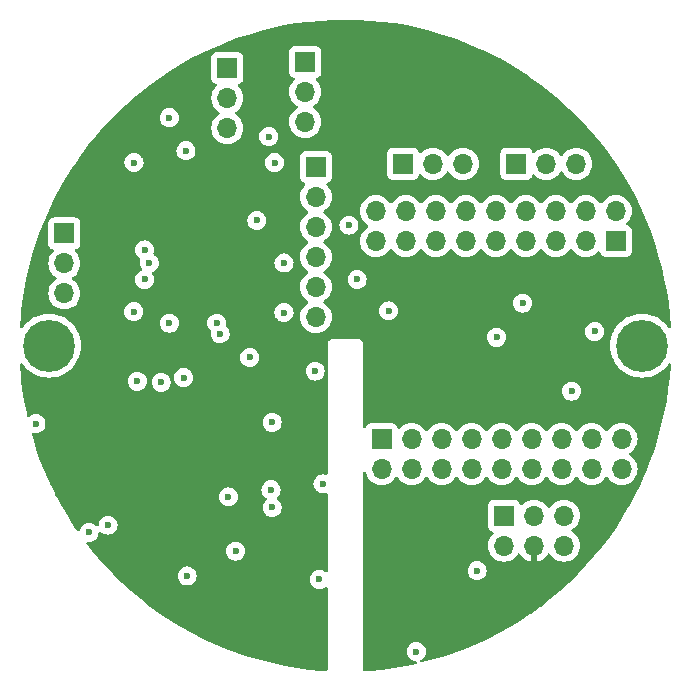
<source format=gbr>
%TF.GenerationSoftware,KiCad,Pcbnew,8.0.3*%
%TF.CreationDate,2025-07-10T12:51:06-07:00*%
%TF.ProjectId,salp_board_round,73616c70-5f62-46f6-9172-645f726f756e,rev?*%
%TF.SameCoordinates,Original*%
%TF.FileFunction,Copper,L3,Inr*%
%TF.FilePolarity,Positive*%
%FSLAX46Y46*%
G04 Gerber Fmt 4.6, Leading zero omitted, Abs format (unit mm)*
G04 Created by KiCad (PCBNEW 8.0.3) date 2025-07-10 12:51:06*
%MOMM*%
%LPD*%
G01*
G04 APERTURE LIST*
%TA.AperFunction,ComponentPad*%
%ADD10R,1.700000X1.700000*%
%TD*%
%TA.AperFunction,ComponentPad*%
%ADD11O,1.700000X1.700000*%
%TD*%
%TA.AperFunction,ComponentPad*%
%ADD12C,4.400000*%
%TD*%
%TA.AperFunction,ViaPad*%
%ADD13C,0.600000*%
%TD*%
G04 APERTURE END LIST*
D10*
%TO.N,/M_SCL*%
%TO.C,J3*%
X192900000Y-81140000D03*
D11*
X192900000Y-78600000D03*
%TO.N,/PA5*%
X190360000Y-81140000D03*
X190360000Y-78600000D03*
%TO.N,/PA6*%
X187820000Y-81140000D03*
X187820000Y-78600000D03*
%TO.N,/PA7*%
X185280000Y-81140000D03*
X185280000Y-78600000D03*
%TO.N,/PB5*%
X182740000Y-81140000D03*
X182740000Y-78600000D03*
%TO.N,/PB4*%
X180200000Y-81140000D03*
X180200000Y-78600000D03*
%TO.N,/PB3*%
X177660000Y-81140000D03*
X177660000Y-78600000D03*
%TO.N,/PB2*%
X175120000Y-81140000D03*
X175120000Y-78600000D03*
%TO.N,/M_SCL*%
X172580000Y-81140000D03*
X172580000Y-78600000D03*
%TD*%
D10*
%TO.N,unconnected-(J6-Pin_1-Pad1)*%
%TO.C,J6*%
X167500000Y-74860000D03*
D11*
%TO.N,Net-(J6-Pin_2)*%
X167500000Y-77400000D03*
%TO.N,Net-(J6-Pin_3)*%
X167500000Y-79940000D03*
%TO.N,/V_USB*%
X167500000Y-82480000D03*
%TO.N,unconnected-(J6-Pin_5-Pad5)*%
X167500000Y-85020000D03*
%TO.N,GND*%
X167500000Y-87560000D03*
%TD*%
D12*
%TO.N,GND*%
%TO.C,H2*%
X195100000Y-90000000D03*
%TD*%
D10*
%TO.N,Net-(J1-Pin_1)*%
%TO.C,J1*%
X146200000Y-80500000D03*
D11*
%TO.N,GND*%
X146200000Y-83040000D03*
%TO.N,Net-(J1-Pin_3)*%
X146200000Y-85580000D03*
%TD*%
D10*
%TO.N,GND*%
%TO.C,J10*%
X166600000Y-65975000D03*
D11*
%TO.N,Net-(J10-Pin_2)*%
X166600000Y-68515000D03*
%TO.N,/AVDD*%
X166600000Y-71055000D03*
%TD*%
D10*
%TO.N,/PB2*%
%TO.C,J7*%
X174860000Y-74600000D03*
D11*
%TO.N,Net-(J6-Pin_2)*%
X177400000Y-74600000D03*
%TO.N,/PA0*%
X179940000Y-74600000D03*
%TD*%
D10*
%TO.N,GND*%
%TO.C,J9*%
X160000000Y-66500000D03*
D11*
%TO.N,Net-(J9-Pin_2)*%
X160000000Y-69040000D03*
%TO.N,/AVDD*%
X160000000Y-71580000D03*
%TD*%
D10*
%TO.N,VCC*%
%TO.C,J4*%
X183420000Y-104400000D03*
D11*
%TO.N,GND*%
X183420000Y-106940000D03*
X185960000Y-104400000D03*
%TO.N,+3.3V*%
X185960000Y-106940000D03*
%TO.N,GND*%
X188500000Y-104400000D03*
X188500000Y-106940000D03*
%TD*%
D12*
%TO.N,GND*%
%TO.C,H1*%
X144900000Y-90000000D03*
%TD*%
D10*
%TO.N,/M_SCL*%
%TO.C,J5*%
X173060000Y-97900000D03*
D11*
X173060000Y-100440000D03*
%TO.N,/PC0*%
X175600000Y-97900000D03*
X175600000Y-100440000D03*
%TO.N,/PC1*%
X178140000Y-97900000D03*
X178140000Y-100440000D03*
%TO.N,/PC2*%
X180680000Y-97900000D03*
X180680000Y-100440000D03*
%TO.N,/PC3*%
X183220000Y-97900000D03*
X183220000Y-100440000D03*
%TO.N,/PA0*%
X185760000Y-97900000D03*
X185760000Y-100440000D03*
%TO.N,/M_SCL*%
X188300000Y-97900000D03*
X188300000Y-100440000D03*
X190840000Y-97900000D03*
X190840000Y-100440000D03*
%TO.N,/PA3*%
X193380000Y-97900000D03*
X193380000Y-100440000D03*
%TD*%
D10*
%TO.N,/PB3*%
%TO.C,J8*%
X184475000Y-74600000D03*
D11*
%TO.N,Net-(J6-Pin_3)*%
X187015000Y-74600000D03*
%TO.N,Net-(D2-K)*%
X189555000Y-74600000D03*
%TD*%
D13*
%TO.N,Net-(Q1-G)*%
X148300000Y-105800000D03*
X156600000Y-109500000D03*
%TO.N,GND*%
X160700000Y-107400000D03*
X191100000Y-88800000D03*
X164000000Y-74500000D03*
X163800000Y-103700000D03*
X143800000Y-96600000D03*
X162500000Y-79400000D03*
X149900000Y-105200000D03*
X167437500Y-92162500D03*
X155100000Y-88100000D03*
X161900000Y-91000000D03*
X167800000Y-109800000D03*
X176000000Y-115900000D03*
X181150000Y-109050000D03*
X153000000Y-81900000D03*
X189150000Y-93850000D03*
X163800000Y-96500000D03*
X152100000Y-74500000D03*
X156500000Y-73500000D03*
X152075000Y-87125000D03*
%TO.N,+BAT*%
X160100000Y-102800000D03*
X163700000Y-102200000D03*
X168100000Y-101700000D03*
%TO.N,+3.3V*%
X161900000Y-86000000D03*
X154000000Y-80500000D03*
X195700000Y-82700000D03*
X172000000Y-111300000D03*
X185960000Y-109440000D03*
%TO.N,/PA5*%
X170300000Y-79800000D03*
%TO.N,/PA3*%
X171000000Y-84400000D03*
X173650000Y-87050000D03*
%TO.N,/M_SCL*%
X164800000Y-83000000D03*
X185000000Y-86400000D03*
X164800000Y-87200000D03*
X182800000Y-89300000D03*
%TO.N,/TX1*%
X153400000Y-83000000D03*
X154400000Y-93100000D03*
%TO.N,/TX2*%
X156300000Y-92700000D03*
X153000000Y-84400000D03*
%TO.N,Net-(J1-Pin_1)*%
X152375735Y-93024265D03*
%TO.N,/I1*%
X159100000Y-88100000D03*
X155100000Y-70700000D03*
%TO.N,/I0*%
X163500000Y-72300000D03*
X159400000Y-89000000D03*
%TD*%
%TA.AperFunction,Conductor*%
%TO.N,+3.3V*%
G36*
X171042855Y-62420255D02*
G01*
X171047490Y-62420430D01*
X172086535Y-62479530D01*
X172091176Y-62479883D01*
X173127200Y-62578284D01*
X173131804Y-62578809D01*
X174163423Y-62716382D01*
X174167982Y-62717078D01*
X175193612Y-62893612D01*
X175198192Y-62894489D01*
X176201999Y-63106693D01*
X176216375Y-63109732D01*
X176220950Y-63110790D01*
X177230233Y-63364430D01*
X177234765Y-63365660D01*
X178233731Y-63657344D01*
X178238195Y-63658739D01*
X179225402Y-63988044D01*
X179229785Y-63989599D01*
X180203859Y-64356069D01*
X180208149Y-64357777D01*
X181167652Y-64760874D01*
X181171903Y-64762757D01*
X181828369Y-65068287D01*
X182115390Y-65201872D01*
X182119610Y-65203934D01*
X182292379Y-65292452D01*
X183045798Y-65678466D01*
X183049896Y-65680664D01*
X183514140Y-65941170D01*
X183957467Y-66189940D01*
X183961518Y-66192315D01*
X184849138Y-66735586D01*
X184853091Y-66738110D01*
X185275020Y-67018855D01*
X185719478Y-67314590D01*
X185723338Y-67317265D01*
X185835079Y-67397883D01*
X186567306Y-67926164D01*
X186571038Y-67928966D01*
X187020153Y-68279596D01*
X187391304Y-68569359D01*
X187394951Y-68572318D01*
X188190410Y-69243343D01*
X188193942Y-69246439D01*
X188963412Y-69947098D01*
X188966810Y-69950313D01*
X189709189Y-70679605D01*
X189712477Y-70682959D01*
X190426695Y-71439829D01*
X190429853Y-71443305D01*
X190492226Y-71514631D01*
X191114920Y-72226706D01*
X191117910Y-72230257D01*
X191622907Y-72853905D01*
X191772827Y-73039049D01*
X191775713Y-73042755D01*
X192379876Y-73849522D01*
X192399509Y-73875738D01*
X192402252Y-73879550D01*
X192994038Y-74735531D01*
X192996636Y-74739444D01*
X193555613Y-75617269D01*
X193558060Y-75621278D01*
X194083380Y-76519619D01*
X194085673Y-76523717D01*
X194576588Y-77441292D01*
X194578725Y-77445474D01*
X195034554Y-78381009D01*
X195036531Y-78385270D01*
X195456598Y-79337381D01*
X195458412Y-79341713D01*
X195842121Y-80309047D01*
X195843770Y-80313445D01*
X196190576Y-81294624D01*
X196192057Y-81299081D01*
X196501457Y-82292690D01*
X196502768Y-82297200D01*
X196774311Y-83301788D01*
X196775450Y-83306344D01*
X197008765Y-84320532D01*
X197009732Y-84325128D01*
X197204471Y-85347413D01*
X197205262Y-85352042D01*
X197361149Y-86380971D01*
X197361764Y-86385628D01*
X197478570Y-87419689D01*
X197479009Y-87424365D01*
X197550506Y-88380949D01*
X197535873Y-88449269D01*
X197486626Y-88498832D01*
X197418401Y-88513903D01*
X197352859Y-88489696D01*
X197329538Y-88465539D01*
X197328841Y-88466086D01*
X197125045Y-88205960D01*
X196894039Y-87974954D01*
X196636868Y-87773473D01*
X196598826Y-87750476D01*
X196357279Y-87604455D01*
X196059361Y-87470373D01*
X196059354Y-87470370D01*
X196059342Y-87470366D01*
X195747452Y-87373178D01*
X195426099Y-87314289D01*
X195100000Y-87294564D01*
X194773900Y-87314289D01*
X194452547Y-87373178D01*
X194140657Y-87470366D01*
X194140641Y-87470372D01*
X194140639Y-87470373D01*
X193964777Y-87549522D01*
X193842725Y-87604453D01*
X193842723Y-87604454D01*
X193563131Y-87773473D01*
X193305960Y-87974954D01*
X193074954Y-88205960D01*
X192873473Y-88463131D01*
X192842340Y-88514632D01*
X192704455Y-88742721D01*
X192598003Y-88979249D01*
X192570372Y-89040642D01*
X192570366Y-89040657D01*
X192473178Y-89352547D01*
X192414289Y-89673900D01*
X192394564Y-90000000D01*
X192414289Y-90326099D01*
X192473178Y-90647452D01*
X192570366Y-90959342D01*
X192570370Y-90959354D01*
X192570373Y-90959361D01*
X192704455Y-91257279D01*
X192850900Y-91499528D01*
X192873473Y-91536868D01*
X193074954Y-91794039D01*
X193305960Y-92025045D01*
X193563131Y-92226526D01*
X193563134Y-92226528D01*
X193563137Y-92226530D01*
X193842721Y-92395545D01*
X194140639Y-92529627D01*
X194140652Y-92529631D01*
X194140657Y-92529633D01*
X194359216Y-92597738D01*
X194452547Y-92626821D01*
X194773896Y-92685710D01*
X195100000Y-92705436D01*
X195426104Y-92685710D01*
X195747453Y-92626821D01*
X196059361Y-92529627D01*
X196357279Y-92395545D01*
X196636863Y-92226530D01*
X196894036Y-92025048D01*
X197125048Y-91794036D01*
X197277801Y-91599061D01*
X197328841Y-91533914D01*
X197329725Y-91534607D01*
X197380269Y-91493618D01*
X197449715Y-91485934D01*
X197512291Y-91517015D01*
X197548130Y-91576993D01*
X197551710Y-91617558D01*
X197472998Y-92638972D01*
X197472549Y-92643647D01*
X197353354Y-93677474D01*
X197352728Y-93682129D01*
X197194471Y-94710688D01*
X197193669Y-94715316D01*
X196996572Y-95737153D01*
X196995595Y-95741747D01*
X196759946Y-96755375D01*
X196758796Y-96759928D01*
X196484936Y-97763887D01*
X196483615Y-97768394D01*
X196171917Y-98761311D01*
X196170425Y-98765765D01*
X195821364Y-99746126D01*
X195819705Y-99750520D01*
X195433766Y-100716967D01*
X195431942Y-100721295D01*
X195009680Y-101672432D01*
X195007694Y-101676687D01*
X194549709Y-102611171D01*
X194547562Y-102615349D01*
X194054527Y-103531798D01*
X194052224Y-103535891D01*
X193524838Y-104433010D01*
X193522382Y-104437013D01*
X192961383Y-105313548D01*
X192958776Y-105317455D01*
X192365018Y-106172068D01*
X192362266Y-106175874D01*
X191736553Y-107007413D01*
X191733659Y-107011112D01*
X191076883Y-107818385D01*
X191073850Y-107821971D01*
X190387008Y-108603754D01*
X190383842Y-108607223D01*
X189667881Y-109362444D01*
X189664586Y-109365791D01*
X188920512Y-110093383D01*
X188917092Y-110096602D01*
X188146038Y-110795459D01*
X188142499Y-110798547D01*
X187345506Y-111467725D01*
X187341853Y-111470676D01*
X186520095Y-112109189D01*
X186516332Y-112112000D01*
X185670987Y-112718934D01*
X185667121Y-112721600D01*
X184799414Y-113296076D01*
X184795449Y-113298595D01*
X183906578Y-113839817D01*
X183902521Y-113842183D01*
X182993821Y-114349340D01*
X182989678Y-114351550D01*
X182062387Y-114823952D01*
X182058162Y-114826005D01*
X181113687Y-115262933D01*
X181109388Y-115264824D01*
X180149004Y-115665688D01*
X180144636Y-115667414D01*
X179169800Y-116031607D01*
X179165370Y-116033167D01*
X178177446Y-116360181D01*
X178172960Y-116361573D01*
X177173316Y-116650954D01*
X177168781Y-116652174D01*
X176495320Y-116819770D01*
X176425511Y-116816857D01*
X176368359Y-116776666D01*
X176342008Y-116711956D01*
X176354826Y-116643272D01*
X176399401Y-116594447D01*
X176502262Y-116529816D01*
X176629816Y-116402262D01*
X176725789Y-116249522D01*
X176785368Y-116079255D01*
X176785369Y-116079249D01*
X176805565Y-115900003D01*
X176805565Y-115899996D01*
X176785369Y-115720750D01*
X176785368Y-115720745D01*
X176725788Y-115550476D01*
X176629815Y-115397737D01*
X176502262Y-115270184D01*
X176349523Y-115174211D01*
X176179254Y-115114631D01*
X176179249Y-115114630D01*
X176000004Y-115094435D01*
X175999996Y-115094435D01*
X175820750Y-115114630D01*
X175820745Y-115114631D01*
X175650476Y-115174211D01*
X175497737Y-115270184D01*
X175370184Y-115397737D01*
X175274211Y-115550476D01*
X175214631Y-115720745D01*
X175214630Y-115720750D01*
X175194435Y-115899996D01*
X175194435Y-115900003D01*
X175214630Y-116079249D01*
X175214631Y-116079254D01*
X175274211Y-116249523D01*
X175343743Y-116360181D01*
X175370184Y-116402262D01*
X175497738Y-116529816D01*
X175650478Y-116625789D01*
X175724259Y-116651606D01*
X175820745Y-116685368D01*
X175820750Y-116685369D01*
X175950960Y-116700040D01*
X176015374Y-116727106D01*
X176054929Y-116784701D01*
X176057067Y-116854538D01*
X176021109Y-116914444D01*
X175962444Y-116944638D01*
X175135677Y-117117423D01*
X175131062Y-117118296D01*
X174105089Y-117292454D01*
X174100445Y-117293152D01*
X173068608Y-117428333D01*
X173063940Y-117428855D01*
X172027721Y-117524864D01*
X172023037Y-117525209D01*
X171630637Y-117546620D01*
X171562625Y-117530617D01*
X171514061Y-117480384D01*
X171499881Y-117422804D01*
X171500069Y-109049996D01*
X180344435Y-109049996D01*
X180344435Y-109050003D01*
X180364630Y-109229249D01*
X180364631Y-109229254D01*
X180424211Y-109399523D01*
X180487347Y-109500003D01*
X180520184Y-109552262D01*
X180647738Y-109679816D01*
X180800478Y-109775789D01*
X180869678Y-109800003D01*
X180970745Y-109835368D01*
X180970750Y-109835369D01*
X181149996Y-109855565D01*
X181150000Y-109855565D01*
X181150004Y-109855565D01*
X181329249Y-109835369D01*
X181329252Y-109835368D01*
X181329255Y-109835368D01*
X181499522Y-109775789D01*
X181652262Y-109679816D01*
X181779816Y-109552262D01*
X181875789Y-109399522D01*
X181935368Y-109229255D01*
X181935369Y-109229249D01*
X181955565Y-109050003D01*
X181955565Y-109049996D01*
X181935369Y-108870750D01*
X181935368Y-108870745D01*
X181901589Y-108774211D01*
X181875789Y-108700478D01*
X181779816Y-108547738D01*
X181652262Y-108420184D01*
X181604715Y-108390308D01*
X181499523Y-108324211D01*
X181329254Y-108264631D01*
X181329249Y-108264630D01*
X181150004Y-108244435D01*
X181149996Y-108244435D01*
X180970750Y-108264630D01*
X180970745Y-108264631D01*
X180800476Y-108324211D01*
X180647737Y-108420184D01*
X180520184Y-108547737D01*
X180424211Y-108700476D01*
X180364631Y-108870745D01*
X180364630Y-108870750D01*
X180344435Y-109049996D01*
X171500069Y-109049996D01*
X171500116Y-106939999D01*
X182064341Y-106939999D01*
X182064341Y-106940000D01*
X182084936Y-107175403D01*
X182084938Y-107175413D01*
X182146094Y-107403655D01*
X182146096Y-107403659D01*
X182146097Y-107403663D01*
X182225801Y-107574588D01*
X182245965Y-107617830D01*
X182245967Y-107617834D01*
X182354281Y-107772521D01*
X182381505Y-107811401D01*
X182548599Y-107978495D01*
X182621893Y-108029816D01*
X182742165Y-108114032D01*
X182742167Y-108114033D01*
X182742170Y-108114035D01*
X182956337Y-108213903D01*
X183184592Y-108275063D01*
X183372918Y-108291539D01*
X183419999Y-108295659D01*
X183420000Y-108295659D01*
X183420001Y-108295659D01*
X183459234Y-108292226D01*
X183655408Y-108275063D01*
X183883663Y-108213903D01*
X184097830Y-108114035D01*
X184291401Y-107978495D01*
X184458495Y-107811401D01*
X184588730Y-107625405D01*
X184643307Y-107581781D01*
X184712805Y-107574587D01*
X184775160Y-107606110D01*
X184791879Y-107625405D01*
X184921890Y-107811078D01*
X185088917Y-107978105D01*
X185282421Y-108113600D01*
X185496507Y-108213429D01*
X185496516Y-108213433D01*
X185710000Y-108270634D01*
X185710000Y-107373012D01*
X185767007Y-107405925D01*
X185894174Y-107440000D01*
X186025826Y-107440000D01*
X186152993Y-107405925D01*
X186210000Y-107373012D01*
X186210000Y-108270633D01*
X186423483Y-108213433D01*
X186423492Y-108213429D01*
X186637578Y-108113600D01*
X186831082Y-107978105D01*
X186998105Y-107811082D01*
X187128119Y-107625405D01*
X187182696Y-107581781D01*
X187252195Y-107574588D01*
X187314549Y-107606110D01*
X187331269Y-107625405D01*
X187461505Y-107811401D01*
X187628599Y-107978495D01*
X187701893Y-108029816D01*
X187822165Y-108114032D01*
X187822167Y-108114033D01*
X187822170Y-108114035D01*
X188036337Y-108213903D01*
X188264592Y-108275063D01*
X188452918Y-108291539D01*
X188499999Y-108295659D01*
X188500000Y-108295659D01*
X188500001Y-108295659D01*
X188539234Y-108292226D01*
X188735408Y-108275063D01*
X188963663Y-108213903D01*
X189177830Y-108114035D01*
X189371401Y-107978495D01*
X189538495Y-107811401D01*
X189674035Y-107617830D01*
X189773903Y-107403663D01*
X189835063Y-107175408D01*
X189855659Y-106940000D01*
X189835063Y-106704592D01*
X189773903Y-106476337D01*
X189674035Y-106262171D01*
X189668731Y-106254595D01*
X189538494Y-106068597D01*
X189371402Y-105901506D01*
X189371396Y-105901501D01*
X189185842Y-105771575D01*
X189142217Y-105716998D01*
X189135023Y-105647500D01*
X189166546Y-105585145D01*
X189185842Y-105568425D01*
X189212838Y-105549522D01*
X189371401Y-105438495D01*
X189538495Y-105271401D01*
X189674035Y-105077830D01*
X189773903Y-104863663D01*
X189835063Y-104635408D01*
X189855659Y-104400000D01*
X189835063Y-104164592D01*
X189773903Y-103936337D01*
X189674035Y-103722171D01*
X189668425Y-103714158D01*
X189538494Y-103528597D01*
X189371402Y-103361506D01*
X189371395Y-103361501D01*
X189177834Y-103225967D01*
X189177830Y-103225965D01*
X189117295Y-103197737D01*
X188963663Y-103126097D01*
X188963659Y-103126096D01*
X188963655Y-103126094D01*
X188735413Y-103064938D01*
X188735403Y-103064936D01*
X188500001Y-103044341D01*
X188499999Y-103044341D01*
X188264596Y-103064936D01*
X188264586Y-103064938D01*
X188036344Y-103126094D01*
X188036335Y-103126098D01*
X187822171Y-103225964D01*
X187822169Y-103225965D01*
X187628597Y-103361505D01*
X187461505Y-103528597D01*
X187331575Y-103714158D01*
X187276998Y-103757783D01*
X187207500Y-103764977D01*
X187145145Y-103733454D01*
X187128425Y-103714158D01*
X186998494Y-103528597D01*
X186831402Y-103361506D01*
X186831395Y-103361501D01*
X186637834Y-103225967D01*
X186637830Y-103225965D01*
X186577295Y-103197737D01*
X186423663Y-103126097D01*
X186423659Y-103126096D01*
X186423655Y-103126094D01*
X186195413Y-103064938D01*
X186195403Y-103064936D01*
X185960001Y-103044341D01*
X185959999Y-103044341D01*
X185724596Y-103064936D01*
X185724586Y-103064938D01*
X185496344Y-103126094D01*
X185496335Y-103126098D01*
X185282171Y-103225964D01*
X185282169Y-103225965D01*
X185088600Y-103361503D01*
X184966673Y-103483430D01*
X184905350Y-103516914D01*
X184835658Y-103511930D01*
X184779725Y-103470058D01*
X184762810Y-103439081D01*
X184713797Y-103307671D01*
X184713793Y-103307664D01*
X184627547Y-103192455D01*
X184627544Y-103192452D01*
X184512335Y-103106206D01*
X184512328Y-103106202D01*
X184377482Y-103055908D01*
X184377483Y-103055908D01*
X184317883Y-103049501D01*
X184317881Y-103049500D01*
X184317873Y-103049500D01*
X184317864Y-103049500D01*
X182522129Y-103049500D01*
X182522123Y-103049501D01*
X182462516Y-103055908D01*
X182327671Y-103106202D01*
X182327664Y-103106206D01*
X182212455Y-103192452D01*
X182212452Y-103192455D01*
X182126206Y-103307664D01*
X182126202Y-103307671D01*
X182075908Y-103442517D01*
X182069501Y-103502116D01*
X182069500Y-103502135D01*
X182069500Y-105297870D01*
X182069501Y-105297876D01*
X182075908Y-105357483D01*
X182126202Y-105492328D01*
X182126206Y-105492335D01*
X182212452Y-105607544D01*
X182212455Y-105607547D01*
X182327664Y-105693793D01*
X182327671Y-105693797D01*
X182459081Y-105742810D01*
X182515015Y-105784681D01*
X182539432Y-105850145D01*
X182524580Y-105918418D01*
X182503430Y-105946673D01*
X182381503Y-106068600D01*
X182245965Y-106262169D01*
X182245964Y-106262171D01*
X182146098Y-106476335D01*
X182146094Y-106476344D01*
X182084938Y-106704586D01*
X182084936Y-106704596D01*
X182064341Y-106939999D01*
X171500116Y-106939999D01*
X171500255Y-100778754D01*
X171519941Y-100711717D01*
X171572746Y-100665963D01*
X171641905Y-100656022D01*
X171705460Y-100685048D01*
X171743233Y-100743827D01*
X171744030Y-100746666D01*
X171786094Y-100903655D01*
X171786096Y-100903659D01*
X171786097Y-100903663D01*
X171833711Y-101005771D01*
X171885965Y-101117830D01*
X171885967Y-101117834D01*
X171941917Y-101197738D01*
X172021505Y-101311401D01*
X172188599Y-101478495D01*
X172285384Y-101546265D01*
X172382165Y-101614032D01*
X172382167Y-101614033D01*
X172382170Y-101614035D01*
X172596337Y-101713903D01*
X172824592Y-101775063D01*
X173012918Y-101791539D01*
X173059999Y-101795659D01*
X173060000Y-101795659D01*
X173060001Y-101795659D01*
X173099234Y-101792226D01*
X173295408Y-101775063D01*
X173523663Y-101713903D01*
X173737830Y-101614035D01*
X173931401Y-101478495D01*
X174098495Y-101311401D01*
X174228425Y-101125842D01*
X174283002Y-101082217D01*
X174352500Y-101075023D01*
X174414855Y-101106546D01*
X174431575Y-101125842D01*
X174561500Y-101311395D01*
X174561505Y-101311401D01*
X174728599Y-101478495D01*
X174825384Y-101546265D01*
X174922165Y-101614032D01*
X174922167Y-101614033D01*
X174922170Y-101614035D01*
X175136337Y-101713903D01*
X175364592Y-101775063D01*
X175552918Y-101791539D01*
X175599999Y-101795659D01*
X175600000Y-101795659D01*
X175600001Y-101795659D01*
X175639234Y-101792226D01*
X175835408Y-101775063D01*
X176063663Y-101713903D01*
X176277830Y-101614035D01*
X176471401Y-101478495D01*
X176638495Y-101311401D01*
X176768425Y-101125842D01*
X176823002Y-101082217D01*
X176892500Y-101075023D01*
X176954855Y-101106546D01*
X176971575Y-101125842D01*
X177101500Y-101311395D01*
X177101505Y-101311401D01*
X177268599Y-101478495D01*
X177365384Y-101546265D01*
X177462165Y-101614032D01*
X177462167Y-101614033D01*
X177462170Y-101614035D01*
X177676337Y-101713903D01*
X177904592Y-101775063D01*
X178092918Y-101791539D01*
X178139999Y-101795659D01*
X178140000Y-101795659D01*
X178140001Y-101795659D01*
X178179234Y-101792226D01*
X178375408Y-101775063D01*
X178603663Y-101713903D01*
X178817830Y-101614035D01*
X179011401Y-101478495D01*
X179178495Y-101311401D01*
X179308425Y-101125842D01*
X179363002Y-101082217D01*
X179432500Y-101075023D01*
X179494855Y-101106546D01*
X179511575Y-101125842D01*
X179641500Y-101311395D01*
X179641505Y-101311401D01*
X179808599Y-101478495D01*
X179905384Y-101546265D01*
X180002165Y-101614032D01*
X180002167Y-101614033D01*
X180002170Y-101614035D01*
X180216337Y-101713903D01*
X180444592Y-101775063D01*
X180632918Y-101791539D01*
X180679999Y-101795659D01*
X180680000Y-101795659D01*
X180680001Y-101795659D01*
X180719234Y-101792226D01*
X180915408Y-101775063D01*
X181143663Y-101713903D01*
X181357830Y-101614035D01*
X181551401Y-101478495D01*
X181718495Y-101311401D01*
X181848425Y-101125842D01*
X181903002Y-101082217D01*
X181972500Y-101075023D01*
X182034855Y-101106546D01*
X182051575Y-101125842D01*
X182181500Y-101311395D01*
X182181505Y-101311401D01*
X182348599Y-101478495D01*
X182445384Y-101546265D01*
X182542165Y-101614032D01*
X182542167Y-101614033D01*
X182542170Y-101614035D01*
X182756337Y-101713903D01*
X182984592Y-101775063D01*
X183172918Y-101791539D01*
X183219999Y-101795659D01*
X183220000Y-101795659D01*
X183220001Y-101795659D01*
X183259234Y-101792226D01*
X183455408Y-101775063D01*
X183683663Y-101713903D01*
X183897830Y-101614035D01*
X184091401Y-101478495D01*
X184258495Y-101311401D01*
X184388425Y-101125842D01*
X184443002Y-101082217D01*
X184512500Y-101075023D01*
X184574855Y-101106546D01*
X184591575Y-101125842D01*
X184721500Y-101311395D01*
X184721505Y-101311401D01*
X184888599Y-101478495D01*
X184985384Y-101546265D01*
X185082165Y-101614032D01*
X185082167Y-101614033D01*
X185082170Y-101614035D01*
X185296337Y-101713903D01*
X185524592Y-101775063D01*
X185712918Y-101791539D01*
X185759999Y-101795659D01*
X185760000Y-101795659D01*
X185760001Y-101795659D01*
X185799234Y-101792226D01*
X185995408Y-101775063D01*
X186223663Y-101713903D01*
X186437830Y-101614035D01*
X186631401Y-101478495D01*
X186798495Y-101311401D01*
X186928425Y-101125842D01*
X186983002Y-101082217D01*
X187052500Y-101075023D01*
X187114855Y-101106546D01*
X187131575Y-101125842D01*
X187261500Y-101311395D01*
X187261505Y-101311401D01*
X187428599Y-101478495D01*
X187525384Y-101546265D01*
X187622165Y-101614032D01*
X187622167Y-101614033D01*
X187622170Y-101614035D01*
X187836337Y-101713903D01*
X188064592Y-101775063D01*
X188252918Y-101791539D01*
X188299999Y-101795659D01*
X188300000Y-101795659D01*
X188300001Y-101795659D01*
X188339234Y-101792226D01*
X188535408Y-101775063D01*
X188763663Y-101713903D01*
X188977830Y-101614035D01*
X189171401Y-101478495D01*
X189338495Y-101311401D01*
X189468425Y-101125842D01*
X189523002Y-101082217D01*
X189592500Y-101075023D01*
X189654855Y-101106546D01*
X189671575Y-101125842D01*
X189801500Y-101311395D01*
X189801505Y-101311401D01*
X189968599Y-101478495D01*
X190065384Y-101546265D01*
X190162165Y-101614032D01*
X190162167Y-101614033D01*
X190162170Y-101614035D01*
X190376337Y-101713903D01*
X190604592Y-101775063D01*
X190792918Y-101791539D01*
X190839999Y-101795659D01*
X190840000Y-101795659D01*
X190840001Y-101795659D01*
X190879234Y-101792226D01*
X191075408Y-101775063D01*
X191303663Y-101713903D01*
X191517830Y-101614035D01*
X191711401Y-101478495D01*
X191878495Y-101311401D01*
X192008425Y-101125842D01*
X192063002Y-101082217D01*
X192132500Y-101075023D01*
X192194855Y-101106546D01*
X192211575Y-101125842D01*
X192341500Y-101311395D01*
X192341505Y-101311401D01*
X192508599Y-101478495D01*
X192605384Y-101546265D01*
X192702165Y-101614032D01*
X192702167Y-101614033D01*
X192702170Y-101614035D01*
X192916337Y-101713903D01*
X193144592Y-101775063D01*
X193332918Y-101791539D01*
X193379999Y-101795659D01*
X193380000Y-101795659D01*
X193380001Y-101795659D01*
X193419234Y-101792226D01*
X193615408Y-101775063D01*
X193843663Y-101713903D01*
X194057830Y-101614035D01*
X194251401Y-101478495D01*
X194418495Y-101311401D01*
X194554035Y-101117830D01*
X194653903Y-100903663D01*
X194715063Y-100675408D01*
X194735659Y-100440000D01*
X194715063Y-100204592D01*
X194653903Y-99976337D01*
X194554035Y-99762171D01*
X194548425Y-99754158D01*
X194418494Y-99568597D01*
X194251402Y-99401506D01*
X194251396Y-99401501D01*
X194065842Y-99271575D01*
X194022217Y-99216998D01*
X194015023Y-99147500D01*
X194046546Y-99085145D01*
X194065842Y-99068425D01*
X194088026Y-99052891D01*
X194251401Y-98938495D01*
X194418495Y-98771401D01*
X194554035Y-98577830D01*
X194653903Y-98363663D01*
X194715063Y-98135408D01*
X194735659Y-97900000D01*
X194715063Y-97664592D01*
X194653903Y-97436337D01*
X194554035Y-97222171D01*
X194548425Y-97214158D01*
X194418494Y-97028597D01*
X194251402Y-96861506D01*
X194251395Y-96861501D01*
X194234287Y-96849522D01*
X194210946Y-96833178D01*
X194057834Y-96725967D01*
X194057830Y-96725965D01*
X194057828Y-96725964D01*
X193843663Y-96626097D01*
X193843659Y-96626096D01*
X193843655Y-96626094D01*
X193615413Y-96564938D01*
X193615403Y-96564936D01*
X193380001Y-96544341D01*
X193379999Y-96544341D01*
X193144596Y-96564936D01*
X193144586Y-96564938D01*
X192916344Y-96626094D01*
X192916335Y-96626098D01*
X192702171Y-96725964D01*
X192702169Y-96725965D01*
X192508597Y-96861505D01*
X192341505Y-97028597D01*
X192211575Y-97214158D01*
X192156998Y-97257783D01*
X192087500Y-97264977D01*
X192025145Y-97233454D01*
X192008425Y-97214158D01*
X191878494Y-97028597D01*
X191711402Y-96861506D01*
X191711395Y-96861501D01*
X191694287Y-96849522D01*
X191670946Y-96833178D01*
X191517834Y-96725967D01*
X191517830Y-96725965D01*
X191517828Y-96725964D01*
X191303663Y-96626097D01*
X191303659Y-96626096D01*
X191303655Y-96626094D01*
X191075413Y-96564938D01*
X191075403Y-96564936D01*
X190840001Y-96544341D01*
X190839999Y-96544341D01*
X190604596Y-96564936D01*
X190604586Y-96564938D01*
X190376344Y-96626094D01*
X190376335Y-96626098D01*
X190162171Y-96725964D01*
X190162169Y-96725965D01*
X189968597Y-96861505D01*
X189801505Y-97028597D01*
X189671575Y-97214158D01*
X189616998Y-97257783D01*
X189547500Y-97264977D01*
X189485145Y-97233454D01*
X189468425Y-97214158D01*
X189338494Y-97028597D01*
X189171402Y-96861506D01*
X189171395Y-96861501D01*
X189154287Y-96849522D01*
X189130946Y-96833178D01*
X188977834Y-96725967D01*
X188977830Y-96725965D01*
X188977828Y-96725964D01*
X188763663Y-96626097D01*
X188763659Y-96626096D01*
X188763655Y-96626094D01*
X188535413Y-96564938D01*
X188535403Y-96564936D01*
X188300001Y-96544341D01*
X188299999Y-96544341D01*
X188064596Y-96564936D01*
X188064586Y-96564938D01*
X187836344Y-96626094D01*
X187836335Y-96626098D01*
X187622171Y-96725964D01*
X187622169Y-96725965D01*
X187428597Y-96861505D01*
X187261505Y-97028597D01*
X187131575Y-97214158D01*
X187076998Y-97257783D01*
X187007500Y-97264977D01*
X186945145Y-97233454D01*
X186928425Y-97214158D01*
X186798494Y-97028597D01*
X186631402Y-96861506D01*
X186631395Y-96861501D01*
X186614287Y-96849522D01*
X186590946Y-96833178D01*
X186437834Y-96725967D01*
X186437830Y-96725965D01*
X186437828Y-96725964D01*
X186223663Y-96626097D01*
X186223659Y-96626096D01*
X186223655Y-96626094D01*
X185995413Y-96564938D01*
X185995403Y-96564936D01*
X185760001Y-96544341D01*
X185759999Y-96544341D01*
X185524596Y-96564936D01*
X185524586Y-96564938D01*
X185296344Y-96626094D01*
X185296335Y-96626098D01*
X185082171Y-96725964D01*
X185082169Y-96725965D01*
X184888597Y-96861505D01*
X184721505Y-97028597D01*
X184591575Y-97214158D01*
X184536998Y-97257783D01*
X184467500Y-97264977D01*
X184405145Y-97233454D01*
X184388425Y-97214158D01*
X184258494Y-97028597D01*
X184091402Y-96861506D01*
X184091395Y-96861501D01*
X184074287Y-96849522D01*
X184050946Y-96833178D01*
X183897834Y-96725967D01*
X183897830Y-96725965D01*
X183897828Y-96725964D01*
X183683663Y-96626097D01*
X183683659Y-96626096D01*
X183683655Y-96626094D01*
X183455413Y-96564938D01*
X183455403Y-96564936D01*
X183220001Y-96544341D01*
X183219999Y-96544341D01*
X182984596Y-96564936D01*
X182984586Y-96564938D01*
X182756344Y-96626094D01*
X182756335Y-96626098D01*
X182542171Y-96725964D01*
X182542169Y-96725965D01*
X182348597Y-96861505D01*
X182181505Y-97028597D01*
X182051575Y-97214158D01*
X181996998Y-97257783D01*
X181927500Y-97264977D01*
X181865145Y-97233454D01*
X181848425Y-97214158D01*
X181718494Y-97028597D01*
X181551402Y-96861506D01*
X181551395Y-96861501D01*
X181534287Y-96849522D01*
X181510946Y-96833178D01*
X181357834Y-96725967D01*
X181357830Y-96725965D01*
X181357828Y-96725964D01*
X181143663Y-96626097D01*
X181143659Y-96626096D01*
X181143655Y-96626094D01*
X180915413Y-96564938D01*
X180915403Y-96564936D01*
X180680001Y-96544341D01*
X180679999Y-96544341D01*
X180444596Y-96564936D01*
X180444586Y-96564938D01*
X180216344Y-96626094D01*
X180216335Y-96626098D01*
X180002171Y-96725964D01*
X180002169Y-96725965D01*
X179808597Y-96861505D01*
X179641505Y-97028597D01*
X179511575Y-97214158D01*
X179456998Y-97257783D01*
X179387500Y-97264977D01*
X179325145Y-97233454D01*
X179308425Y-97214158D01*
X179178494Y-97028597D01*
X179011402Y-96861506D01*
X179011395Y-96861501D01*
X178994287Y-96849522D01*
X178970946Y-96833178D01*
X178817834Y-96725967D01*
X178817830Y-96725965D01*
X178817828Y-96725964D01*
X178603663Y-96626097D01*
X178603659Y-96626096D01*
X178603655Y-96626094D01*
X178375413Y-96564938D01*
X178375403Y-96564936D01*
X178140001Y-96544341D01*
X178139999Y-96544341D01*
X177904596Y-96564936D01*
X177904586Y-96564938D01*
X177676344Y-96626094D01*
X177676335Y-96626098D01*
X177462171Y-96725964D01*
X177462169Y-96725965D01*
X177268597Y-96861505D01*
X177101505Y-97028597D01*
X176971575Y-97214158D01*
X176916998Y-97257783D01*
X176847500Y-97264977D01*
X176785145Y-97233454D01*
X176768425Y-97214158D01*
X176638494Y-97028597D01*
X176471402Y-96861506D01*
X176471395Y-96861501D01*
X176454287Y-96849522D01*
X176430946Y-96833178D01*
X176277834Y-96725967D01*
X176277830Y-96725965D01*
X176277828Y-96725964D01*
X176063663Y-96626097D01*
X176063659Y-96626096D01*
X176063655Y-96626094D01*
X175835413Y-96564938D01*
X175835403Y-96564936D01*
X175600001Y-96544341D01*
X175599999Y-96544341D01*
X175364596Y-96564936D01*
X175364586Y-96564938D01*
X175136344Y-96626094D01*
X175136335Y-96626098D01*
X174922171Y-96725964D01*
X174922169Y-96725965D01*
X174728600Y-96861503D01*
X174606673Y-96983430D01*
X174545350Y-97016914D01*
X174475658Y-97011930D01*
X174419725Y-96970058D01*
X174402810Y-96939081D01*
X174353797Y-96807671D01*
X174353793Y-96807664D01*
X174267547Y-96692455D01*
X174267544Y-96692452D01*
X174152335Y-96606206D01*
X174152328Y-96606202D01*
X174017482Y-96555908D01*
X174017483Y-96555908D01*
X173957883Y-96549501D01*
X173957881Y-96549500D01*
X173957873Y-96549500D01*
X173957864Y-96549500D01*
X172162129Y-96549500D01*
X172162123Y-96549501D01*
X172102516Y-96555908D01*
X171967671Y-96606202D01*
X171967664Y-96606206D01*
X171852455Y-96692452D01*
X171852452Y-96692455D01*
X171766206Y-96807664D01*
X171766200Y-96807676D01*
X171740524Y-96876515D01*
X171698653Y-96932449D01*
X171633188Y-96956865D01*
X171564915Y-96942013D01*
X171515510Y-96892607D01*
X171500343Y-96833181D01*
X171500410Y-93849996D01*
X188344435Y-93849996D01*
X188344435Y-93850003D01*
X188364630Y-94029249D01*
X188364631Y-94029254D01*
X188424211Y-94199523D01*
X188520184Y-94352262D01*
X188647738Y-94479816D01*
X188800478Y-94575789D01*
X188970745Y-94635368D01*
X188970750Y-94635369D01*
X189149996Y-94655565D01*
X189150000Y-94655565D01*
X189150004Y-94655565D01*
X189329249Y-94635369D01*
X189329252Y-94635368D01*
X189329255Y-94635368D01*
X189499522Y-94575789D01*
X189652262Y-94479816D01*
X189779816Y-94352262D01*
X189875789Y-94199522D01*
X189935368Y-94029255D01*
X189938628Y-94000325D01*
X189955565Y-93850003D01*
X189955565Y-93849996D01*
X189935369Y-93670750D01*
X189935368Y-93670745D01*
X189875788Y-93500476D01*
X189796184Y-93373788D01*
X189779816Y-93347738D01*
X189652262Y-93220184D01*
X189499523Y-93124211D01*
X189329254Y-93064631D01*
X189329249Y-93064630D01*
X189150004Y-93044435D01*
X189149996Y-93044435D01*
X188970750Y-93064630D01*
X188970745Y-93064631D01*
X188800476Y-93124211D01*
X188647737Y-93220184D01*
X188520184Y-93347737D01*
X188424211Y-93500476D01*
X188364631Y-93670745D01*
X188364630Y-93670750D01*
X188344435Y-93849996D01*
X171500410Y-93849996D01*
X171500497Y-89974536D01*
X171500500Y-89974514D01*
X171500500Y-89874038D01*
X171500501Y-89834119D01*
X171500500Y-89834115D01*
X171500500Y-89834108D01*
X171479903Y-89757239D01*
X171479903Y-89757238D01*
X171479903Y-89757237D01*
X171467420Y-89710647D01*
X171466633Y-89707280D01*
X171466543Y-89707055D01*
X171465930Y-89706014D01*
X171433314Y-89649521D01*
X171433313Y-89649520D01*
X171421937Y-89629815D01*
X171402332Y-89595857D01*
X171400867Y-89593133D01*
X171400634Y-89592820D01*
X171347095Y-89539281D01*
X171307318Y-89499502D01*
X171272248Y-89479255D01*
X171249775Y-89466280D01*
X171249772Y-89466278D01*
X171193192Y-89433609D01*
X171141758Y-89419828D01*
X171141758Y-89419827D01*
X171141754Y-89419827D01*
X171117703Y-89413382D01*
X171065902Y-89399500D01*
X171065895Y-89399500D01*
X171065892Y-89399500D01*
X171000011Y-89399500D01*
X170934119Y-89399499D01*
X170934118Y-89399499D01*
X170926525Y-89399499D01*
X170926509Y-89399500D01*
X169073491Y-89399500D01*
X169073474Y-89399499D01*
X169065881Y-89399499D01*
X168999989Y-89399500D01*
X168934096Y-89399500D01*
X168858243Y-89419827D01*
X168858242Y-89419827D01*
X168806819Y-89433606D01*
X168806816Y-89433607D01*
X168806814Y-89433608D01*
X168806809Y-89433610D01*
X168806804Y-89433612D01*
X168750224Y-89466280D01*
X168750223Y-89466279D01*
X168692692Y-89499495D01*
X168692684Y-89499501D01*
X168692673Y-89499510D01*
X168652905Y-89539281D01*
X168652902Y-89539284D01*
X168599503Y-89592681D01*
X168599497Y-89592688D01*
X168566688Y-89649519D01*
X168566686Y-89649521D01*
X168533609Y-89706810D01*
X168533610Y-89706810D01*
X168533604Y-89706823D01*
X168520098Y-89757236D01*
X168520097Y-89757238D01*
X168499499Y-89834112D01*
X168499500Y-89874038D01*
X168499500Y-89970275D01*
X168499501Y-89970305D01*
X168499744Y-100817019D01*
X168480061Y-100884059D01*
X168427258Y-100929815D01*
X168358100Y-100939760D01*
X168334790Y-100934064D01*
X168279257Y-100914632D01*
X168279249Y-100914630D01*
X168100004Y-100894435D01*
X168099996Y-100894435D01*
X167920750Y-100914630D01*
X167920745Y-100914631D01*
X167750476Y-100974211D01*
X167597737Y-101070184D01*
X167470184Y-101197737D01*
X167374211Y-101350476D01*
X167314631Y-101520745D01*
X167314630Y-101520750D01*
X167294435Y-101699996D01*
X167294435Y-101700003D01*
X167314630Y-101879249D01*
X167314631Y-101879254D01*
X167374211Y-102049523D01*
X167389724Y-102074211D01*
X167470184Y-102202262D01*
X167597738Y-102329816D01*
X167750478Y-102425789D01*
X167854989Y-102462359D01*
X167920745Y-102485368D01*
X167920750Y-102485369D01*
X168099996Y-102505565D01*
X168100000Y-102505565D01*
X168100004Y-102505565D01*
X168279249Y-102485369D01*
X168279252Y-102485368D01*
X168279255Y-102485368D01*
X168279256Y-102485367D01*
X168279259Y-102485367D01*
X168334828Y-102465922D01*
X168404607Y-102462359D01*
X168465235Y-102497088D01*
X168497462Y-102559081D01*
X168499784Y-102582960D01*
X168499930Y-109070327D01*
X168480247Y-109137367D01*
X168427444Y-109183123D01*
X168358286Y-109193068D01*
X168309385Y-109171935D01*
X168308158Y-109173889D01*
X168149523Y-109074211D01*
X167979254Y-109014631D01*
X167979249Y-109014630D01*
X167800004Y-108994435D01*
X167799996Y-108994435D01*
X167620750Y-109014630D01*
X167620745Y-109014631D01*
X167450476Y-109074211D01*
X167297737Y-109170184D01*
X167170184Y-109297737D01*
X167074211Y-109450476D01*
X167014631Y-109620745D01*
X167014630Y-109620750D01*
X166994435Y-109799996D01*
X166994435Y-109800003D01*
X167014630Y-109979249D01*
X167014631Y-109979254D01*
X167074211Y-110149523D01*
X167159569Y-110285368D01*
X167170184Y-110302262D01*
X167297738Y-110429816D01*
X167450478Y-110525789D01*
X167461484Y-110529640D01*
X167620745Y-110585368D01*
X167620750Y-110585369D01*
X167799996Y-110605565D01*
X167800000Y-110605565D01*
X167800004Y-110605565D01*
X167979249Y-110585369D01*
X167979252Y-110585368D01*
X167979255Y-110585368D01*
X168149522Y-110525789D01*
X168302262Y-110429816D01*
X168302262Y-110429815D01*
X168308158Y-110426111D01*
X168309513Y-110428268D01*
X168363294Y-110406292D01*
X168431993Y-110419024D01*
X168482904Y-110466878D01*
X168499962Y-110529640D01*
X168500117Y-117422801D01*
X168480434Y-117489841D01*
X168427631Y-117535597D01*
X168369361Y-117546620D01*
X167976962Y-117525209D01*
X167972278Y-117524864D01*
X166936059Y-117428855D01*
X166931391Y-117428333D01*
X165899554Y-117293152D01*
X165894910Y-117292454D01*
X164868937Y-117118296D01*
X164864322Y-117117423D01*
X163845643Y-116904530D01*
X163841065Y-116903482D01*
X162831218Y-116652174D01*
X162826683Y-116650954D01*
X161827039Y-116361573D01*
X161822553Y-116360181D01*
X160834629Y-116033167D01*
X160830199Y-116031607D01*
X159855363Y-115667414D01*
X159850995Y-115665688D01*
X158890611Y-115264824D01*
X158886312Y-115262933D01*
X157941837Y-114826005D01*
X157937612Y-114823952D01*
X157010321Y-114351550D01*
X157006178Y-114349340D01*
X156097478Y-113842183D01*
X156093421Y-113839817D01*
X155204550Y-113298595D01*
X155200585Y-113296076D01*
X154332878Y-112721600D01*
X154329012Y-112718934D01*
X153483667Y-112112000D01*
X153479904Y-112109189D01*
X152658146Y-111470676D01*
X152654493Y-111467725D01*
X151857500Y-110798547D01*
X151853961Y-110795459D01*
X151766196Y-110715912D01*
X151082905Y-110096600D01*
X151079487Y-110093383D01*
X150472658Y-109499996D01*
X155794435Y-109499996D01*
X155794435Y-109500003D01*
X155814630Y-109679249D01*
X155814631Y-109679254D01*
X155874211Y-109849523D01*
X155955724Y-109979249D01*
X155970184Y-110002262D01*
X156097738Y-110129816D01*
X156250478Y-110225789D01*
X156420745Y-110285368D01*
X156420750Y-110285369D01*
X156599996Y-110305565D01*
X156600000Y-110305565D01*
X156600004Y-110305565D01*
X156779249Y-110285369D01*
X156779252Y-110285368D01*
X156779255Y-110285368D01*
X156949522Y-110225789D01*
X157102262Y-110129816D01*
X157229816Y-110002262D01*
X157325789Y-109849522D01*
X157385368Y-109679255D01*
X157391960Y-109620750D01*
X157405565Y-109500003D01*
X157405565Y-109499996D01*
X157385369Y-109320750D01*
X157385368Y-109320745D01*
X157325789Y-109150478D01*
X157229816Y-108997738D01*
X157102262Y-108870184D01*
X156949523Y-108774211D01*
X156779254Y-108714631D01*
X156779249Y-108714630D01*
X156600004Y-108694435D01*
X156599996Y-108694435D01*
X156420750Y-108714630D01*
X156420745Y-108714631D01*
X156250476Y-108774211D01*
X156097737Y-108870184D01*
X155970184Y-108997737D01*
X155874211Y-109150476D01*
X155814631Y-109320745D01*
X155814630Y-109320750D01*
X155794435Y-109499996D01*
X150472658Y-109499996D01*
X150335413Y-109365791D01*
X150332118Y-109362444D01*
X149616157Y-108607223D01*
X149612991Y-108603754D01*
X149063667Y-107978498D01*
X148926143Y-107821964D01*
X148923116Y-107818385D01*
X148917429Y-107811395D01*
X148582726Y-107399996D01*
X159894435Y-107399996D01*
X159894435Y-107400003D01*
X159914630Y-107579249D01*
X159914631Y-107579254D01*
X159974211Y-107749523D01*
X160070184Y-107902262D01*
X160197738Y-108029816D01*
X160288080Y-108086582D01*
X160331771Y-108114035D01*
X160350478Y-108125789D01*
X160520745Y-108185368D01*
X160520750Y-108185369D01*
X160699996Y-108205565D01*
X160700000Y-108205565D01*
X160700004Y-108205565D01*
X160879249Y-108185369D01*
X160879252Y-108185368D01*
X160879255Y-108185368D01*
X161049522Y-108125789D01*
X161202262Y-108029816D01*
X161329816Y-107902262D01*
X161425789Y-107749522D01*
X161485368Y-107579255D01*
X161485894Y-107574587D01*
X161505565Y-107400003D01*
X161505565Y-107399996D01*
X161485369Y-107220750D01*
X161485368Y-107220745D01*
X161425788Y-107050476D01*
X161329815Y-106897737D01*
X161202262Y-106770184D01*
X161049523Y-106674211D01*
X160879254Y-106614631D01*
X160879249Y-106614630D01*
X160700004Y-106594435D01*
X160699996Y-106594435D01*
X160520750Y-106614630D01*
X160520745Y-106614631D01*
X160350476Y-106674211D01*
X160197737Y-106770184D01*
X160070184Y-106897737D01*
X159974211Y-107050476D01*
X159914631Y-107220745D01*
X159914630Y-107220750D01*
X159894435Y-107399996D01*
X148582726Y-107399996D01*
X148266325Y-107011093D01*
X148263460Y-107007432D01*
X148102740Y-106793843D01*
X148078161Y-106728442D01*
X148092843Y-106660132D01*
X148142126Y-106610604D01*
X148210362Y-106595582D01*
X148215706Y-106596068D01*
X148299996Y-106605565D01*
X148300000Y-106605565D01*
X148300004Y-106605565D01*
X148479249Y-106585369D01*
X148479252Y-106585368D01*
X148479255Y-106585368D01*
X148649522Y-106525789D01*
X148802262Y-106429816D01*
X148929816Y-106302262D01*
X149025789Y-106149522D01*
X149085368Y-105979255D01*
X149091392Y-105925789D01*
X149103303Y-105820080D01*
X149130369Y-105755666D01*
X149187964Y-105716111D01*
X149257801Y-105713973D01*
X149314204Y-105746282D01*
X149397738Y-105829816D01*
X149486121Y-105885351D01*
X149512444Y-105901891D01*
X149550478Y-105925789D01*
X149610164Y-105946674D01*
X149720745Y-105985368D01*
X149720750Y-105985369D01*
X149899996Y-106005565D01*
X149900000Y-106005565D01*
X149900004Y-106005565D01*
X150079249Y-105985369D01*
X150079252Y-105985368D01*
X150079255Y-105985368D01*
X150249522Y-105925789D01*
X150402262Y-105829816D01*
X150529816Y-105702262D01*
X150625789Y-105549522D01*
X150685368Y-105379255D01*
X150685369Y-105379249D01*
X150705565Y-105200003D01*
X150705565Y-105199996D01*
X150685369Y-105020750D01*
X150685368Y-105020745D01*
X150630403Y-104863664D01*
X150625789Y-104850478D01*
X150529816Y-104697738D01*
X150402262Y-104570184D01*
X150299422Y-104505565D01*
X150249523Y-104474211D01*
X150079254Y-104414631D01*
X150079249Y-104414630D01*
X149900004Y-104394435D01*
X149899996Y-104394435D01*
X149720750Y-104414630D01*
X149720745Y-104414631D01*
X149550476Y-104474211D01*
X149397737Y-104570184D01*
X149270184Y-104697737D01*
X149174211Y-104850476D01*
X149114631Y-105020745D01*
X149114630Y-105020749D01*
X149096696Y-105179920D01*
X149069629Y-105244334D01*
X149012034Y-105283889D01*
X148942197Y-105286026D01*
X148885795Y-105253717D01*
X148802262Y-105170184D01*
X148649523Y-105074211D01*
X148479254Y-105014631D01*
X148479249Y-105014630D01*
X148300004Y-104994435D01*
X148299996Y-104994435D01*
X148120750Y-105014630D01*
X148120745Y-105014631D01*
X147950476Y-105074211D01*
X147797737Y-105170184D01*
X147670184Y-105297737D01*
X147574211Y-105450476D01*
X147514631Y-105620745D01*
X147513083Y-105627532D01*
X147511246Y-105627112D01*
X147487816Y-105682853D01*
X147430216Y-105722400D01*
X147360378Y-105724529D01*
X147300477Y-105688563D01*
X147289838Y-105675294D01*
X147253719Y-105623307D01*
X147041207Y-105317432D01*
X147038631Y-105313571D01*
X146562849Y-104570184D01*
X146477617Y-104437013D01*
X146475161Y-104433010D01*
X145988734Y-103605565D01*
X145947765Y-103535874D01*
X145945472Y-103531798D01*
X145942239Y-103525789D01*
X145551775Y-102799996D01*
X159294435Y-102799996D01*
X159294435Y-102800003D01*
X159314630Y-102979249D01*
X159314631Y-102979254D01*
X159374211Y-103149523D01*
X159470184Y-103302262D01*
X159597738Y-103429816D01*
X159617952Y-103442517D01*
X159742450Y-103520745D01*
X159750478Y-103525789D01*
X159920745Y-103585368D01*
X159920750Y-103585369D01*
X160099996Y-103605565D01*
X160100000Y-103605565D01*
X160100004Y-103605565D01*
X160279249Y-103585369D01*
X160279252Y-103585368D01*
X160279255Y-103585368D01*
X160449522Y-103525789D01*
X160602262Y-103429816D01*
X160729816Y-103302262D01*
X160825789Y-103149522D01*
X160885368Y-102979255D01*
X160885369Y-102979249D01*
X160905565Y-102800003D01*
X160905565Y-102799996D01*
X160885369Y-102620750D01*
X160885368Y-102620745D01*
X160845065Y-102505565D01*
X160825789Y-102450478D01*
X160729816Y-102297738D01*
X160632074Y-102199996D01*
X162894435Y-102199996D01*
X162894435Y-102200003D01*
X162914630Y-102379249D01*
X162914631Y-102379254D01*
X162974211Y-102549523D01*
X163070182Y-102702259D01*
X163070184Y-102702262D01*
X163197738Y-102829816D01*
X163275107Y-102878430D01*
X163321398Y-102930765D01*
X163332046Y-102999818D01*
X163303671Y-103063667D01*
X163296817Y-103071105D01*
X163170183Y-103197739D01*
X163074211Y-103350476D01*
X163014631Y-103520745D01*
X163014630Y-103520750D01*
X162994435Y-103699996D01*
X162994435Y-103700003D01*
X163014630Y-103879249D01*
X163014631Y-103879254D01*
X163074211Y-104049523D01*
X163146514Y-104164592D01*
X163170184Y-104202262D01*
X163297738Y-104329816D01*
X163388080Y-104386582D01*
X163432721Y-104414632D01*
X163450478Y-104425789D01*
X163588860Y-104474211D01*
X163620745Y-104485368D01*
X163620750Y-104485369D01*
X163799996Y-104505565D01*
X163800000Y-104505565D01*
X163800004Y-104505565D01*
X163979249Y-104485369D01*
X163979252Y-104485368D01*
X163979255Y-104485368D01*
X164149522Y-104425789D01*
X164302262Y-104329816D01*
X164429816Y-104202262D01*
X164525789Y-104049522D01*
X164585368Y-103879255D01*
X164598244Y-103764977D01*
X164605565Y-103700003D01*
X164605565Y-103699996D01*
X164585369Y-103520750D01*
X164585368Y-103520745D01*
X164557995Y-103442517D01*
X164525789Y-103350478D01*
X164429816Y-103197738D01*
X164302262Y-103070184D01*
X164291890Y-103063667D01*
X164224892Y-103021569D01*
X164178601Y-102969234D01*
X164167953Y-102900180D01*
X164196328Y-102836332D01*
X164203159Y-102828918D01*
X164329816Y-102702262D01*
X164425789Y-102549522D01*
X164485368Y-102379255D01*
X164485369Y-102379249D01*
X164505565Y-102200003D01*
X164505565Y-102199996D01*
X164485369Y-102020750D01*
X164485368Y-102020745D01*
X164476162Y-101994435D01*
X164425789Y-101850478D01*
X164329816Y-101697738D01*
X164202262Y-101570184D01*
X164049523Y-101474211D01*
X163879254Y-101414631D01*
X163879249Y-101414630D01*
X163700004Y-101394435D01*
X163699996Y-101394435D01*
X163520750Y-101414630D01*
X163520745Y-101414631D01*
X163350476Y-101474211D01*
X163197737Y-101570184D01*
X163070184Y-101697737D01*
X162974211Y-101850476D01*
X162914631Y-102020745D01*
X162914630Y-102020750D01*
X162894435Y-102199996D01*
X160632074Y-102199996D01*
X160602262Y-102170184D01*
X160537495Y-102129488D01*
X160449523Y-102074211D01*
X160279254Y-102014631D01*
X160279249Y-102014630D01*
X160100004Y-101994435D01*
X160099996Y-101994435D01*
X159920750Y-102014630D01*
X159920745Y-102014631D01*
X159750476Y-102074211D01*
X159597737Y-102170184D01*
X159470184Y-102297737D01*
X159374211Y-102450476D01*
X159314631Y-102620745D01*
X159314630Y-102620750D01*
X159294435Y-102799996D01*
X145551775Y-102799996D01*
X145452430Y-102615335D01*
X145450290Y-102611171D01*
X145379104Y-102465922D01*
X145040518Y-101775063D01*
X144992305Y-101676687D01*
X144990319Y-101672432D01*
X144830038Y-101311402D01*
X144568041Y-100721257D01*
X144566249Y-100717005D01*
X144180280Y-99750485D01*
X144178648Y-99746161D01*
X143829564Y-98765737D01*
X143828091Y-98761338D01*
X143516376Y-97768368D01*
X143515065Y-97763894D01*
X143515063Y-97763887D01*
X143451845Y-97532131D01*
X143453193Y-97462276D01*
X143492095Y-97404238D01*
X143556199Y-97376444D01*
X143612429Y-97382459D01*
X143620737Y-97385366D01*
X143620743Y-97385367D01*
X143620745Y-97385368D01*
X143620746Y-97385368D01*
X143620750Y-97385369D01*
X143799996Y-97405565D01*
X143800000Y-97405565D01*
X143800004Y-97405565D01*
X143979249Y-97385369D01*
X143979252Y-97385368D01*
X143979255Y-97385368D01*
X144149522Y-97325789D01*
X144302262Y-97229816D01*
X144429816Y-97102262D01*
X144525789Y-96949522D01*
X144585368Y-96779255D01*
X144587546Y-96759928D01*
X144605565Y-96600003D01*
X144605565Y-96599996D01*
X144594298Y-96499996D01*
X162994435Y-96499996D01*
X162994435Y-96500003D01*
X163014630Y-96679249D01*
X163014631Y-96679254D01*
X163074211Y-96849523D01*
X163137045Y-96949522D01*
X163170184Y-97002262D01*
X163297738Y-97129816D01*
X163388080Y-97186582D01*
X163444716Y-97222169D01*
X163450478Y-97225789D01*
X163541912Y-97257783D01*
X163620745Y-97285368D01*
X163620750Y-97285369D01*
X163799996Y-97305565D01*
X163800000Y-97305565D01*
X163800004Y-97305565D01*
X163979249Y-97285369D01*
X163979252Y-97285368D01*
X163979255Y-97285368D01*
X164149522Y-97225789D01*
X164302262Y-97129816D01*
X164429816Y-97002262D01*
X164525789Y-96849522D01*
X164585368Y-96679255D01*
X164585369Y-96679249D01*
X164605565Y-96500003D01*
X164605565Y-96499996D01*
X164585369Y-96320750D01*
X164585368Y-96320745D01*
X164525789Y-96150478D01*
X164429816Y-95997738D01*
X164302262Y-95870184D01*
X164213852Y-95814632D01*
X164149523Y-95774211D01*
X163979254Y-95714631D01*
X163979249Y-95714630D01*
X163800004Y-95694435D01*
X163799996Y-95694435D01*
X163620750Y-95714630D01*
X163620745Y-95714631D01*
X163450476Y-95774211D01*
X163297737Y-95870184D01*
X163170184Y-95997737D01*
X163074211Y-96150476D01*
X163014631Y-96320745D01*
X163014630Y-96320750D01*
X162994435Y-96499996D01*
X144594298Y-96499996D01*
X144585369Y-96420750D01*
X144585368Y-96420745D01*
X144525788Y-96250476D01*
X144462955Y-96150478D01*
X144429816Y-96097738D01*
X144302262Y-95970184D01*
X144266317Y-95947598D01*
X144149523Y-95874211D01*
X143979254Y-95814631D01*
X143979249Y-95814630D01*
X143800004Y-95794435D01*
X143799996Y-95794435D01*
X143620750Y-95814630D01*
X143620745Y-95814631D01*
X143450476Y-95874211D01*
X143297737Y-95970184D01*
X143260720Y-96007201D01*
X143199397Y-96040686D01*
X143129705Y-96035700D01*
X143073772Y-95993828D01*
X143052261Y-95947598D01*
X143021349Y-95814632D01*
X143004398Y-95741719D01*
X143003432Y-95737181D01*
X142806326Y-94715295D01*
X142805528Y-94710688D01*
X142797047Y-94655565D01*
X142647266Y-93682095D01*
X142646648Y-93677502D01*
X142571333Y-93024261D01*
X151570170Y-93024261D01*
X151570170Y-93024268D01*
X151590365Y-93203514D01*
X151590366Y-93203519D01*
X151649946Y-93373788D01*
X151697534Y-93449523D01*
X151745919Y-93526527D01*
X151873473Y-93654081D01*
X152026213Y-93750054D01*
X152196480Y-93809633D01*
X152196485Y-93809634D01*
X152375731Y-93829830D01*
X152375735Y-93829830D01*
X152375739Y-93829830D01*
X152554984Y-93809634D01*
X152554987Y-93809633D01*
X152554990Y-93809633D01*
X152725257Y-93750054D01*
X152877997Y-93654081D01*
X153005551Y-93526527D01*
X153101524Y-93373787D01*
X153161103Y-93203520D01*
X153170039Y-93124211D01*
X153172767Y-93099996D01*
X153594435Y-93099996D01*
X153594435Y-93100003D01*
X153614630Y-93279249D01*
X153614631Y-93279254D01*
X153674211Y-93449523D01*
X153709425Y-93505565D01*
X153770184Y-93602262D01*
X153897738Y-93729816D01*
X154050478Y-93825789D01*
X154119678Y-93850003D01*
X154220745Y-93885368D01*
X154220750Y-93885369D01*
X154399996Y-93905565D01*
X154400000Y-93905565D01*
X154400004Y-93905565D01*
X154579249Y-93885369D01*
X154579252Y-93885368D01*
X154579255Y-93885368D01*
X154749522Y-93825789D01*
X154902262Y-93729816D01*
X155029816Y-93602262D01*
X155125789Y-93449522D01*
X155185368Y-93279255D01*
X155192024Y-93220184D01*
X155205565Y-93100003D01*
X155205565Y-93099996D01*
X155185369Y-92920750D01*
X155185368Y-92920745D01*
X155125788Y-92750476D01*
X155094069Y-92699996D01*
X155494435Y-92699996D01*
X155494435Y-92700003D01*
X155514630Y-92879249D01*
X155514631Y-92879254D01*
X155574211Y-93049523D01*
X155583705Y-93064632D01*
X155670184Y-93202262D01*
X155797738Y-93329816D01*
X155950478Y-93425789D01*
X156018306Y-93449523D01*
X156120745Y-93485368D01*
X156120750Y-93485369D01*
X156299996Y-93505565D01*
X156300000Y-93505565D01*
X156300004Y-93505565D01*
X156479249Y-93485369D01*
X156479252Y-93485368D01*
X156479255Y-93485368D01*
X156649522Y-93425789D01*
X156802262Y-93329816D01*
X156929816Y-93202262D01*
X157025789Y-93049522D01*
X157085368Y-92879255D01*
X157089226Y-92845015D01*
X157105565Y-92700003D01*
X157105565Y-92699996D01*
X157085369Y-92520750D01*
X157085368Y-92520745D01*
X157041559Y-92395546D01*
X157025789Y-92350478D01*
X157020307Y-92341754D01*
X156955677Y-92238896D01*
X156929816Y-92197738D01*
X156894574Y-92162496D01*
X166631935Y-92162496D01*
X166631935Y-92162503D01*
X166652130Y-92341749D01*
X166652131Y-92341754D01*
X166711711Y-92512023D01*
X166807684Y-92664762D01*
X166935238Y-92792316D01*
X167087978Y-92888289D01*
X167247751Y-92944196D01*
X167258245Y-92947868D01*
X167258250Y-92947869D01*
X167437496Y-92968065D01*
X167437500Y-92968065D01*
X167437504Y-92968065D01*
X167616749Y-92947869D01*
X167616752Y-92947868D01*
X167616755Y-92947868D01*
X167787022Y-92888289D01*
X167939762Y-92792316D01*
X168067316Y-92664762D01*
X168163289Y-92512022D01*
X168222868Y-92341755D01*
X168225924Y-92314631D01*
X168243065Y-92162503D01*
X168243065Y-92162496D01*
X168222869Y-91983250D01*
X168222868Y-91983245D01*
X168198859Y-91914631D01*
X168163289Y-91812978D01*
X168145940Y-91785368D01*
X168067315Y-91660237D01*
X167939762Y-91532684D01*
X167787023Y-91436711D01*
X167616754Y-91377131D01*
X167616749Y-91377130D01*
X167437504Y-91356935D01*
X167437496Y-91356935D01*
X167258250Y-91377130D01*
X167258245Y-91377131D01*
X167087976Y-91436711D01*
X166935237Y-91532684D01*
X166807684Y-91660237D01*
X166711711Y-91812976D01*
X166652131Y-91983245D01*
X166652130Y-91983250D01*
X166631935Y-92162496D01*
X156894574Y-92162496D01*
X156802262Y-92070184D01*
X156730424Y-92025045D01*
X156649523Y-91974211D01*
X156479254Y-91914631D01*
X156479249Y-91914630D01*
X156300004Y-91894435D01*
X156299996Y-91894435D01*
X156120750Y-91914630D01*
X156120745Y-91914631D01*
X155950476Y-91974211D01*
X155797737Y-92070184D01*
X155670184Y-92197737D01*
X155574211Y-92350476D01*
X155514631Y-92520745D01*
X155514630Y-92520750D01*
X155494435Y-92699996D01*
X155094069Y-92699996D01*
X155071930Y-92664762D01*
X155029816Y-92597738D01*
X154902262Y-92470184D01*
X154749523Y-92374211D01*
X154579254Y-92314631D01*
X154579249Y-92314630D01*
X154400004Y-92294435D01*
X154399996Y-92294435D01*
X154220750Y-92314630D01*
X154220745Y-92314631D01*
X154050476Y-92374211D01*
X153897737Y-92470184D01*
X153770184Y-92597737D01*
X153674211Y-92750476D01*
X153614631Y-92920745D01*
X153614630Y-92920750D01*
X153594435Y-93099996D01*
X153172767Y-93099996D01*
X153181300Y-93024268D01*
X153181300Y-93024261D01*
X153161104Y-92845015D01*
X153161103Y-92845010D01*
X153101524Y-92674743D01*
X153005551Y-92522003D01*
X152877997Y-92394449D01*
X152725258Y-92298476D01*
X152554989Y-92238896D01*
X152554984Y-92238895D01*
X152375739Y-92218700D01*
X152375731Y-92218700D01*
X152196485Y-92238895D01*
X152196480Y-92238896D01*
X152026211Y-92298476D01*
X151873472Y-92394449D01*
X151745919Y-92522002D01*
X151649946Y-92674741D01*
X151590366Y-92845010D01*
X151590365Y-92845015D01*
X151570170Y-93024261D01*
X142571333Y-93024261D01*
X142527449Y-92643639D01*
X142527001Y-92638972D01*
X142526065Y-92626821D01*
X142448289Y-91617556D01*
X142462764Y-91549205D01*
X142511896Y-91499528D01*
X142580086Y-91484300D01*
X142645684Y-91508356D01*
X142670734Y-91534246D01*
X142671159Y-91533914D01*
X142874954Y-91794039D01*
X143105960Y-92025045D01*
X143363131Y-92226526D01*
X143363134Y-92226528D01*
X143363137Y-92226530D01*
X143642721Y-92395545D01*
X143940639Y-92529627D01*
X143940652Y-92529631D01*
X143940657Y-92529633D01*
X144159216Y-92597738D01*
X144252547Y-92626821D01*
X144573896Y-92685710D01*
X144900000Y-92705436D01*
X145226104Y-92685710D01*
X145547453Y-92626821D01*
X145859361Y-92529627D01*
X146157279Y-92395545D01*
X146436863Y-92226530D01*
X146694036Y-92025048D01*
X146925048Y-91794036D01*
X147126530Y-91536863D01*
X147295545Y-91257279D01*
X147411339Y-90999996D01*
X161094435Y-90999996D01*
X161094435Y-91000003D01*
X161114630Y-91179249D01*
X161114631Y-91179254D01*
X161174211Y-91349523D01*
X161258898Y-91484300D01*
X161270184Y-91502262D01*
X161397738Y-91629816D01*
X161550478Y-91725789D01*
X161720745Y-91785368D01*
X161720750Y-91785369D01*
X161899996Y-91805565D01*
X161900000Y-91805565D01*
X161900004Y-91805565D01*
X162079249Y-91785369D01*
X162079252Y-91785368D01*
X162079255Y-91785368D01*
X162249522Y-91725789D01*
X162402262Y-91629816D01*
X162529816Y-91502262D01*
X162625789Y-91349522D01*
X162685368Y-91179255D01*
X162685369Y-91179249D01*
X162705565Y-91000003D01*
X162705565Y-90999996D01*
X162685369Y-90820750D01*
X162685368Y-90820745D01*
X162625788Y-90650476D01*
X162529815Y-90497737D01*
X162402262Y-90370184D01*
X162249523Y-90274211D01*
X162079254Y-90214631D01*
X162079249Y-90214630D01*
X161900004Y-90194435D01*
X161899996Y-90194435D01*
X161720750Y-90214630D01*
X161720745Y-90214631D01*
X161550476Y-90274211D01*
X161397737Y-90370184D01*
X161270184Y-90497737D01*
X161174211Y-90650476D01*
X161114631Y-90820745D01*
X161114630Y-90820750D01*
X161094435Y-90999996D01*
X147411339Y-90999996D01*
X147429627Y-90959361D01*
X147526821Y-90647453D01*
X147585710Y-90326104D01*
X147605436Y-90000000D01*
X147585710Y-89673896D01*
X147526821Y-89352547D01*
X147510446Y-89299996D01*
X147429633Y-89040657D01*
X147429631Y-89040652D01*
X147429627Y-89040639D01*
X147295545Y-88742721D01*
X147126530Y-88463137D01*
X147126528Y-88463134D01*
X147126526Y-88463131D01*
X146925045Y-88205960D01*
X146819081Y-88099996D01*
X154294435Y-88099996D01*
X154294435Y-88100003D01*
X154314630Y-88279249D01*
X154314631Y-88279254D01*
X154374211Y-88449523D01*
X154415122Y-88514632D01*
X154470184Y-88602262D01*
X154597738Y-88729816D01*
X154666990Y-88773330D01*
X154742450Y-88820745D01*
X154750478Y-88825789D01*
X154920745Y-88885368D01*
X154920750Y-88885369D01*
X155099996Y-88905565D01*
X155100000Y-88905565D01*
X155100004Y-88905565D01*
X155279249Y-88885369D01*
X155279252Y-88885368D01*
X155279255Y-88885368D01*
X155449522Y-88825789D01*
X155602262Y-88729816D01*
X155729816Y-88602262D01*
X155825789Y-88449522D01*
X155885368Y-88279255D01*
X155890035Y-88237834D01*
X155905565Y-88100003D01*
X155905565Y-88099996D01*
X158294435Y-88099996D01*
X158294435Y-88100003D01*
X158314630Y-88279249D01*
X158314631Y-88279254D01*
X158374211Y-88449523D01*
X158470184Y-88602262D01*
X158579929Y-88712007D01*
X158613414Y-88773330D01*
X158613282Y-88813585D01*
X158615411Y-88813825D01*
X158594435Y-88999996D01*
X158594435Y-89000003D01*
X158614630Y-89179249D01*
X158614631Y-89179254D01*
X158674211Y-89349523D01*
X158755724Y-89479249D01*
X158770184Y-89502262D01*
X158897738Y-89629816D01*
X158967891Y-89673896D01*
X159026379Y-89710647D01*
X159050478Y-89725789D01*
X159140354Y-89757238D01*
X159220745Y-89785368D01*
X159220750Y-89785369D01*
X159399996Y-89805565D01*
X159400000Y-89805565D01*
X159400004Y-89805565D01*
X159579249Y-89785369D01*
X159579252Y-89785368D01*
X159579255Y-89785368D01*
X159749522Y-89725789D01*
X159902262Y-89629816D01*
X160029816Y-89502262D01*
X160125789Y-89349522D01*
X160143119Y-89299996D01*
X181994435Y-89299996D01*
X181994435Y-89300003D01*
X182014630Y-89479249D01*
X182014631Y-89479254D01*
X182074211Y-89649523D01*
X182141894Y-89757239D01*
X182170184Y-89802262D01*
X182297738Y-89929816D01*
X182450478Y-90025789D01*
X182620745Y-90085368D01*
X182620750Y-90085369D01*
X182799996Y-90105565D01*
X182800000Y-90105565D01*
X182800004Y-90105565D01*
X182979249Y-90085369D01*
X182979252Y-90085368D01*
X182979255Y-90085368D01*
X183149522Y-90025789D01*
X183302262Y-89929816D01*
X183429816Y-89802262D01*
X183525789Y-89649522D01*
X183585368Y-89479255D01*
X183590511Y-89433608D01*
X183605565Y-89300003D01*
X183605565Y-89299996D01*
X183585369Y-89120750D01*
X183585368Y-89120745D01*
X183557338Y-89040639D01*
X183525789Y-88950478D01*
X183431235Y-88799996D01*
X190294435Y-88799996D01*
X190294435Y-88800003D01*
X190314630Y-88979249D01*
X190314631Y-88979254D01*
X190374211Y-89149523D01*
X190468760Y-89299996D01*
X190470184Y-89302262D01*
X190597738Y-89429816D01*
X190655770Y-89466280D01*
X190708642Y-89499502D01*
X190750478Y-89525789D01*
X190920745Y-89585368D01*
X190920750Y-89585369D01*
X191099996Y-89605565D01*
X191100000Y-89605565D01*
X191100004Y-89605565D01*
X191279249Y-89585369D01*
X191279252Y-89585368D01*
X191279255Y-89585368D01*
X191449522Y-89525789D01*
X191602262Y-89429816D01*
X191729816Y-89302262D01*
X191825789Y-89149522D01*
X191885368Y-88979255D01*
X191885369Y-88979249D01*
X191905565Y-88800003D01*
X191905565Y-88799996D01*
X191885369Y-88620750D01*
X191885368Y-88620745D01*
X191825789Y-88450478D01*
X191825188Y-88449522D01*
X191759571Y-88345093D01*
X191729816Y-88297738D01*
X191602262Y-88170184D01*
X191490570Y-88100003D01*
X191449523Y-88074211D01*
X191279254Y-88014631D01*
X191279249Y-88014630D01*
X191100004Y-87994435D01*
X191099996Y-87994435D01*
X190920750Y-88014630D01*
X190920745Y-88014631D01*
X190750476Y-88074211D01*
X190597737Y-88170184D01*
X190470184Y-88297737D01*
X190374211Y-88450476D01*
X190314631Y-88620745D01*
X190314630Y-88620750D01*
X190294435Y-88799996D01*
X183431235Y-88799996D01*
X183429816Y-88797738D01*
X183302262Y-88670184D01*
X183270897Y-88650476D01*
X183149523Y-88574211D01*
X182979254Y-88514631D01*
X182979249Y-88514630D01*
X182800004Y-88494435D01*
X182799996Y-88494435D01*
X182620750Y-88514630D01*
X182620745Y-88514631D01*
X182450476Y-88574211D01*
X182297737Y-88670184D01*
X182170184Y-88797737D01*
X182074211Y-88950476D01*
X182014631Y-89120745D01*
X182014630Y-89120750D01*
X181994435Y-89299996D01*
X160143119Y-89299996D01*
X160185368Y-89179255D01*
X160191960Y-89120750D01*
X160205565Y-89000003D01*
X160205565Y-88999996D01*
X160185369Y-88820750D01*
X160185368Y-88820745D01*
X160178108Y-88799996D01*
X160125789Y-88650478D01*
X160107106Y-88620745D01*
X160040431Y-88514632D01*
X160029816Y-88497738D01*
X159920070Y-88387992D01*
X159886585Y-88326669D01*
X159886826Y-88286428D01*
X159884589Y-88286176D01*
X159905565Y-88100003D01*
X159905565Y-88099996D01*
X159885369Y-87920750D01*
X159885368Y-87920745D01*
X159881737Y-87910368D01*
X159825789Y-87750478D01*
X159729816Y-87597738D01*
X159602262Y-87470184D01*
X159521900Y-87419689D01*
X159449523Y-87374211D01*
X159279254Y-87314631D01*
X159279249Y-87314630D01*
X159100004Y-87294435D01*
X159099996Y-87294435D01*
X158920750Y-87314630D01*
X158920745Y-87314631D01*
X158750476Y-87374211D01*
X158597737Y-87470184D01*
X158470184Y-87597737D01*
X158374211Y-87750476D01*
X158314631Y-87920745D01*
X158314630Y-87920750D01*
X158294435Y-88099996D01*
X155905565Y-88099996D01*
X155885369Y-87920750D01*
X155885368Y-87920745D01*
X155881737Y-87910368D01*
X155825789Y-87750478D01*
X155729816Y-87597738D01*
X155602262Y-87470184D01*
X155521900Y-87419689D01*
X155449523Y-87374211D01*
X155279254Y-87314631D01*
X155279249Y-87314630D01*
X155100004Y-87294435D01*
X155099996Y-87294435D01*
X154920750Y-87314630D01*
X154920745Y-87314631D01*
X154750476Y-87374211D01*
X154597737Y-87470184D01*
X154470184Y-87597737D01*
X154374211Y-87750476D01*
X154314631Y-87920745D01*
X154314630Y-87920750D01*
X154294435Y-88099996D01*
X146819081Y-88099996D01*
X146694039Y-87974954D01*
X146436868Y-87773473D01*
X146398826Y-87750476D01*
X146157279Y-87604455D01*
X145859361Y-87470373D01*
X145859354Y-87470370D01*
X145859342Y-87470366D01*
X145547452Y-87373178D01*
X145226099Y-87314289D01*
X144900000Y-87294564D01*
X144573900Y-87314289D01*
X144252547Y-87373178D01*
X143940657Y-87470366D01*
X143940641Y-87470372D01*
X143940639Y-87470373D01*
X143764777Y-87549522D01*
X143642725Y-87604453D01*
X143642723Y-87604454D01*
X143363131Y-87773473D01*
X143105960Y-87974954D01*
X142874954Y-88205960D01*
X142671159Y-88466086D01*
X142669817Y-88465035D01*
X142620776Y-88504679D01*
X142551319Y-88512254D01*
X142488791Y-88481075D01*
X142453047Y-88421041D01*
X142449493Y-88380952D01*
X142520993Y-87424332D01*
X142521425Y-87419723D01*
X142554717Y-87124996D01*
X151269435Y-87124996D01*
X151269435Y-87125003D01*
X151289630Y-87304249D01*
X151289631Y-87304254D01*
X151349211Y-87474523D01*
X151396337Y-87549523D01*
X151445184Y-87627262D01*
X151572738Y-87754816D01*
X151637332Y-87795403D01*
X151700935Y-87835368D01*
X151725478Y-87850789D01*
X151895745Y-87910368D01*
X151895750Y-87910369D01*
X152074996Y-87930565D01*
X152075000Y-87930565D01*
X152075004Y-87930565D01*
X152254249Y-87910369D01*
X152254252Y-87910368D01*
X152254255Y-87910368D01*
X152424522Y-87850789D01*
X152577262Y-87754816D01*
X152704816Y-87627262D01*
X152800789Y-87474522D01*
X152860368Y-87304255D01*
X152861460Y-87294564D01*
X152872115Y-87199996D01*
X163994435Y-87199996D01*
X163994435Y-87200003D01*
X164014630Y-87379249D01*
X164014631Y-87379254D01*
X164074211Y-87549523D01*
X164123058Y-87627262D01*
X164170184Y-87702262D01*
X164297738Y-87829816D01*
X164388080Y-87886582D01*
X164442450Y-87920745D01*
X164450478Y-87925789D01*
X164620745Y-87985368D01*
X164620750Y-87985369D01*
X164799996Y-88005565D01*
X164800000Y-88005565D01*
X164800004Y-88005565D01*
X164979249Y-87985369D01*
X164979252Y-87985368D01*
X164979255Y-87985368D01*
X165149522Y-87925789D01*
X165302262Y-87829816D01*
X165429816Y-87702262D01*
X165525789Y-87549522D01*
X165585368Y-87379255D01*
X165585369Y-87379249D01*
X165605565Y-87200003D01*
X165605565Y-87199996D01*
X165585369Y-87020750D01*
X165585368Y-87020745D01*
X165548388Y-86915063D01*
X165525789Y-86850478D01*
X165429816Y-86697738D01*
X165302262Y-86570184D01*
X165149523Y-86474211D01*
X164979254Y-86414631D01*
X164979249Y-86414630D01*
X164800004Y-86394435D01*
X164799996Y-86394435D01*
X164620750Y-86414630D01*
X164620745Y-86414631D01*
X164450476Y-86474211D01*
X164297737Y-86570184D01*
X164170184Y-86697737D01*
X164074211Y-86850476D01*
X164014631Y-87020745D01*
X164014630Y-87020750D01*
X163994435Y-87199996D01*
X152872115Y-87199996D01*
X152880565Y-87125003D01*
X152880565Y-87124996D01*
X152860369Y-86945750D01*
X152860368Y-86945745D01*
X152828230Y-86853901D01*
X152800789Y-86775478D01*
X152787315Y-86754035D01*
X152704815Y-86622737D01*
X152577262Y-86495184D01*
X152424523Y-86399211D01*
X152254254Y-86339631D01*
X152254249Y-86339630D01*
X152075004Y-86319435D01*
X152074996Y-86319435D01*
X151895750Y-86339630D01*
X151895745Y-86339631D01*
X151725476Y-86399211D01*
X151572737Y-86495184D01*
X151445184Y-86622737D01*
X151349211Y-86775476D01*
X151289631Y-86945745D01*
X151289630Y-86945750D01*
X151269435Y-87124996D01*
X142554717Y-87124996D01*
X142638239Y-86385593D01*
X142638845Y-86381005D01*
X142794739Y-85352026D01*
X142795528Y-85347413D01*
X142796065Y-85344596D01*
X142990270Y-84325110D01*
X142991234Y-84320532D01*
X143224549Y-83306344D01*
X143225688Y-83301788D01*
X143296450Y-83040000D01*
X143296450Y-83039999D01*
X144844341Y-83039999D01*
X144844341Y-83040000D01*
X144864936Y-83275403D01*
X144864938Y-83275413D01*
X144926094Y-83503655D01*
X144926096Y-83503659D01*
X144926097Y-83503663D01*
X145001398Y-83665145D01*
X145025965Y-83717830D01*
X145025967Y-83717834D01*
X145161501Y-83911395D01*
X145161506Y-83911402D01*
X145328597Y-84078493D01*
X145328603Y-84078498D01*
X145514158Y-84208425D01*
X145557783Y-84263002D01*
X145564977Y-84332500D01*
X145533454Y-84394855D01*
X145514158Y-84411575D01*
X145328597Y-84541505D01*
X145161505Y-84708597D01*
X145025965Y-84902169D01*
X145025964Y-84902171D01*
X144926098Y-85116335D01*
X144926094Y-85116344D01*
X144864938Y-85344586D01*
X144864936Y-85344596D01*
X144844341Y-85579999D01*
X144844341Y-85580000D01*
X144864936Y-85815403D01*
X144864938Y-85815413D01*
X144926094Y-86043655D01*
X144926096Y-86043659D01*
X144926097Y-86043663D01*
X144933015Y-86058498D01*
X145025965Y-86257830D01*
X145025967Y-86257834D01*
X145083243Y-86339632D01*
X145161505Y-86451401D01*
X145328599Y-86618495D01*
X145334659Y-86622738D01*
X145522165Y-86754032D01*
X145522167Y-86754033D01*
X145522170Y-86754035D01*
X145736337Y-86853903D01*
X145964592Y-86915063D01*
X146152918Y-86931539D01*
X146199999Y-86935659D01*
X146200000Y-86935659D01*
X146200001Y-86935659D01*
X146239234Y-86932226D01*
X146435408Y-86915063D01*
X146663663Y-86853903D01*
X146877830Y-86754035D01*
X147071401Y-86618495D01*
X147238495Y-86451401D01*
X147374035Y-86257830D01*
X147473903Y-86043663D01*
X147535063Y-85815408D01*
X147555659Y-85580000D01*
X147535063Y-85344592D01*
X147473903Y-85116337D01*
X147374035Y-84902171D01*
X147291709Y-84784596D01*
X147238494Y-84708597D01*
X147071402Y-84541506D01*
X147071396Y-84541501D01*
X146885842Y-84411575D01*
X146842217Y-84356998D01*
X146835023Y-84287500D01*
X146866546Y-84225145D01*
X146885842Y-84208425D01*
X146971285Y-84148597D01*
X147071401Y-84078495D01*
X147238495Y-83911401D01*
X147374035Y-83717830D01*
X147473903Y-83503663D01*
X147535063Y-83275408D01*
X147555659Y-83040000D01*
X147535063Y-82804592D01*
X147473903Y-82576337D01*
X147374035Y-82362171D01*
X147363795Y-82347547D01*
X147238496Y-82168600D01*
X147234093Y-82164197D01*
X147116567Y-82046671D01*
X147083084Y-81985351D01*
X147088068Y-81915659D01*
X147099793Y-81899996D01*
X152194435Y-81899996D01*
X152194435Y-81900003D01*
X152214630Y-82079249D01*
X152214631Y-82079254D01*
X152274211Y-82249523D01*
X152335804Y-82347547D01*
X152370184Y-82402262D01*
X152497738Y-82529816D01*
X152571776Y-82576337D01*
X152593285Y-82589852D01*
X152639576Y-82642187D01*
X152650224Y-82711240D01*
X152644355Y-82735800D01*
X152614632Y-82820742D01*
X152614630Y-82820750D01*
X152594435Y-82999996D01*
X152594435Y-83000003D01*
X152614630Y-83179249D01*
X152614631Y-83179254D01*
X152674211Y-83349523D01*
X152754451Y-83477223D01*
X152773451Y-83544459D01*
X152753083Y-83611295D01*
X152699816Y-83656509D01*
X152690413Y-83660236D01*
X152650479Y-83674209D01*
X152497737Y-83770184D01*
X152370184Y-83897737D01*
X152274211Y-84050476D01*
X152214631Y-84220745D01*
X152214630Y-84220750D01*
X152194435Y-84399996D01*
X152194435Y-84400003D01*
X152214630Y-84579249D01*
X152214631Y-84579254D01*
X152274211Y-84749523D01*
X152296249Y-84784596D01*
X152370184Y-84902262D01*
X152497738Y-85029816D01*
X152650478Y-85125789D01*
X152820745Y-85185368D01*
X152820750Y-85185369D01*
X152999996Y-85205565D01*
X153000000Y-85205565D01*
X153000004Y-85205565D01*
X153179249Y-85185369D01*
X153179252Y-85185368D01*
X153179255Y-85185368D01*
X153349522Y-85125789D01*
X153502262Y-85029816D01*
X153629816Y-84902262D01*
X153725789Y-84749522D01*
X153785368Y-84579255D01*
X153785369Y-84579249D01*
X153805565Y-84400003D01*
X153805565Y-84399996D01*
X153785369Y-84220750D01*
X153785368Y-84220745D01*
X153760122Y-84148597D01*
X153725789Y-84050478D01*
X153645547Y-83922774D01*
X153626548Y-83855540D01*
X153646915Y-83788704D01*
X153700183Y-83743490D01*
X153709589Y-83739762D01*
X153749522Y-83725789D01*
X153902262Y-83629816D01*
X154029816Y-83502262D01*
X154125789Y-83349522D01*
X154185368Y-83179255D01*
X154201058Y-83040000D01*
X154205565Y-83000003D01*
X154205565Y-82999996D01*
X163994435Y-82999996D01*
X163994435Y-83000003D01*
X164014630Y-83179249D01*
X164014631Y-83179254D01*
X164074211Y-83349523D01*
X164075392Y-83351402D01*
X164170184Y-83502262D01*
X164297738Y-83629816D01*
X164340220Y-83656509D01*
X164437817Y-83717834D01*
X164450478Y-83725789D01*
X164620745Y-83785368D01*
X164620750Y-83785369D01*
X164799996Y-83805565D01*
X164800000Y-83805565D01*
X164800004Y-83805565D01*
X164979249Y-83785369D01*
X164979252Y-83785368D01*
X164979255Y-83785368D01*
X165149522Y-83725789D01*
X165302262Y-83629816D01*
X165429816Y-83502262D01*
X165525789Y-83349522D01*
X165585368Y-83179255D01*
X165601058Y-83040000D01*
X165605565Y-83000003D01*
X165605565Y-82999996D01*
X165585369Y-82820750D01*
X165585368Y-82820745D01*
X165548507Y-82715403D01*
X165525789Y-82650478D01*
X165520579Y-82642187D01*
X165429815Y-82497737D01*
X165302262Y-82370184D01*
X165149523Y-82274211D01*
X164979254Y-82214631D01*
X164979249Y-82214630D01*
X164800004Y-82194435D01*
X164799996Y-82194435D01*
X164620750Y-82214630D01*
X164620745Y-82214631D01*
X164450476Y-82274211D01*
X164297737Y-82370184D01*
X164170184Y-82497737D01*
X164074211Y-82650476D01*
X164014631Y-82820745D01*
X164014630Y-82820750D01*
X163994435Y-82999996D01*
X154205565Y-82999996D01*
X154185369Y-82820750D01*
X154185368Y-82820745D01*
X154148507Y-82715403D01*
X154125789Y-82650478D01*
X154120579Y-82642187D01*
X154029815Y-82497737D01*
X153902262Y-82370184D01*
X153806714Y-82310147D01*
X153760423Y-82257812D01*
X153749775Y-82188758D01*
X153755643Y-82164201D01*
X153785368Y-82079255D01*
X153789039Y-82046673D01*
X153805565Y-81900003D01*
X153805565Y-81899996D01*
X153785369Y-81720750D01*
X153785368Y-81720745D01*
X153780749Y-81707544D01*
X153725789Y-81550478D01*
X153629816Y-81397738D01*
X153502262Y-81270184D01*
X153481277Y-81256998D01*
X153349523Y-81174211D01*
X153179254Y-81114631D01*
X153179249Y-81114630D01*
X153000004Y-81094435D01*
X152999996Y-81094435D01*
X152820750Y-81114630D01*
X152820745Y-81114631D01*
X152650476Y-81174211D01*
X152497737Y-81270184D01*
X152370184Y-81397737D01*
X152274211Y-81550476D01*
X152214631Y-81720745D01*
X152214630Y-81720750D01*
X152194435Y-81899996D01*
X147099793Y-81899996D01*
X147129939Y-81859725D01*
X147160915Y-81842810D01*
X147292331Y-81793796D01*
X147407546Y-81707546D01*
X147493796Y-81592331D01*
X147544091Y-81457483D01*
X147550500Y-81397873D01*
X147550499Y-79602128D01*
X147544091Y-79542517D01*
X147519407Y-79476337D01*
X147493797Y-79407671D01*
X147493793Y-79407664D01*
X147488053Y-79399996D01*
X161694435Y-79399996D01*
X161694435Y-79400003D01*
X161714630Y-79579249D01*
X161714631Y-79579254D01*
X161774211Y-79749523D01*
X161849912Y-79870000D01*
X161870184Y-79902262D01*
X161997738Y-80029816D01*
X162150478Y-80125789D01*
X162218306Y-80149523D01*
X162320745Y-80185368D01*
X162320750Y-80185369D01*
X162499996Y-80205565D01*
X162500000Y-80205565D01*
X162500004Y-80205565D01*
X162679249Y-80185369D01*
X162679252Y-80185368D01*
X162679255Y-80185368D01*
X162849522Y-80125789D01*
X163002262Y-80029816D01*
X163129816Y-79902262D01*
X163225789Y-79749522D01*
X163285368Y-79579255D01*
X163285369Y-79579249D01*
X163305565Y-79400003D01*
X163305565Y-79399996D01*
X163285369Y-79220750D01*
X163285368Y-79220745D01*
X163262681Y-79155909D01*
X163225789Y-79050478D01*
X163203265Y-79014632D01*
X163186582Y-78988080D01*
X163129816Y-78897738D01*
X163002262Y-78770184D01*
X162977866Y-78754855D01*
X162849523Y-78674211D01*
X162679254Y-78614631D01*
X162679249Y-78614630D01*
X162500004Y-78594435D01*
X162499996Y-78594435D01*
X162320750Y-78614630D01*
X162320745Y-78614631D01*
X162150476Y-78674211D01*
X161997737Y-78770184D01*
X161870184Y-78897737D01*
X161774211Y-79050476D01*
X161714631Y-79220745D01*
X161714630Y-79220750D01*
X161694435Y-79399996D01*
X147488053Y-79399996D01*
X147407547Y-79292455D01*
X147407544Y-79292452D01*
X147292335Y-79206206D01*
X147292328Y-79206202D01*
X147157482Y-79155908D01*
X147157483Y-79155908D01*
X147097883Y-79149501D01*
X147097881Y-79149500D01*
X147097873Y-79149500D01*
X147097864Y-79149500D01*
X145302129Y-79149500D01*
X145302123Y-79149501D01*
X145242516Y-79155908D01*
X145107671Y-79206202D01*
X145107664Y-79206206D01*
X144992455Y-79292452D01*
X144992452Y-79292455D01*
X144906206Y-79407664D01*
X144906202Y-79407671D01*
X144855908Y-79542517D01*
X144851959Y-79579254D01*
X144849501Y-79602123D01*
X144849500Y-79602135D01*
X144849500Y-81397870D01*
X144849501Y-81397876D01*
X144855908Y-81457483D01*
X144906202Y-81592328D01*
X144906206Y-81592335D01*
X144992452Y-81707544D01*
X144992455Y-81707547D01*
X145107664Y-81793793D01*
X145107671Y-81793797D01*
X145239081Y-81842810D01*
X145295015Y-81884681D01*
X145319432Y-81950145D01*
X145304580Y-82018418D01*
X145283430Y-82046673D01*
X145161503Y-82168600D01*
X145025965Y-82362169D01*
X145025964Y-82362171D01*
X144926098Y-82576335D01*
X144926094Y-82576344D01*
X144864938Y-82804586D01*
X144864936Y-82804596D01*
X144844341Y-83039999D01*
X143296450Y-83039999D01*
X143497243Y-82297157D01*
X143498529Y-82292733D01*
X143807950Y-81299054D01*
X143809414Y-81294650D01*
X144156237Y-80313421D01*
X144157869Y-80309070D01*
X144541599Y-79341682D01*
X144543388Y-79337411D01*
X144963479Y-78385245D01*
X144965433Y-78381034D01*
X145421291Y-77445439D01*
X145423393Y-77441326D01*
X145445503Y-77399999D01*
X166144341Y-77399999D01*
X166144341Y-77400000D01*
X166164936Y-77635403D01*
X166164938Y-77635413D01*
X166226094Y-77863655D01*
X166226096Y-77863659D01*
X166226097Y-77863663D01*
X166269986Y-77957783D01*
X166325965Y-78077830D01*
X166325967Y-78077834D01*
X166461501Y-78271395D01*
X166461506Y-78271402D01*
X166628597Y-78438493D01*
X166628603Y-78438498D01*
X166814158Y-78568425D01*
X166857783Y-78623002D01*
X166864977Y-78692500D01*
X166833454Y-78754855D01*
X166814158Y-78771575D01*
X166628597Y-78901505D01*
X166461505Y-79068597D01*
X166325965Y-79262169D01*
X166325964Y-79262171D01*
X166226098Y-79476335D01*
X166226094Y-79476344D01*
X166164938Y-79704586D01*
X166164936Y-79704596D01*
X166144341Y-79939999D01*
X166144341Y-79940000D01*
X166164936Y-80175403D01*
X166164938Y-80175413D01*
X166226094Y-80403655D01*
X166226096Y-80403659D01*
X166226097Y-80403663D01*
X166310828Y-80585368D01*
X166325965Y-80617830D01*
X166325967Y-80617834D01*
X166461501Y-80811395D01*
X166461506Y-80811402D01*
X166628597Y-80978493D01*
X166628603Y-80978498D01*
X166814158Y-81108425D01*
X166857783Y-81163002D01*
X166864977Y-81232500D01*
X166833454Y-81294855D01*
X166814158Y-81311575D01*
X166628597Y-81441505D01*
X166461505Y-81608597D01*
X166325965Y-81802169D01*
X166325964Y-81802171D01*
X166226098Y-82016335D01*
X166226094Y-82016344D01*
X166164938Y-82244586D01*
X166164936Y-82244596D01*
X166144341Y-82479999D01*
X166144341Y-82480000D01*
X166164936Y-82715403D01*
X166164938Y-82715413D01*
X166226094Y-82943655D01*
X166226096Y-82943659D01*
X166226097Y-82943663D01*
X166271020Y-83040000D01*
X166325965Y-83157830D01*
X166325967Y-83157834D01*
X166426766Y-83301788D01*
X166460189Y-83349522D01*
X166461501Y-83351395D01*
X166461506Y-83351402D01*
X166628597Y-83518493D01*
X166628603Y-83518498D01*
X166814158Y-83648425D01*
X166857783Y-83703002D01*
X166864977Y-83772500D01*
X166833454Y-83834855D01*
X166814158Y-83851575D01*
X166628597Y-83981505D01*
X166461505Y-84148597D01*
X166325965Y-84342169D01*
X166325964Y-84342171D01*
X166226098Y-84556335D01*
X166226094Y-84556344D01*
X166164938Y-84784586D01*
X166164936Y-84784596D01*
X166144341Y-85019999D01*
X166144341Y-85020000D01*
X166164936Y-85255403D01*
X166164938Y-85255413D01*
X166226094Y-85483655D01*
X166226096Y-85483659D01*
X166226097Y-85483663D01*
X166271020Y-85580000D01*
X166325965Y-85697830D01*
X166325967Y-85697834D01*
X166461501Y-85891395D01*
X166461506Y-85891402D01*
X166628597Y-86058493D01*
X166628603Y-86058498D01*
X166814158Y-86188425D01*
X166857783Y-86243002D01*
X166864977Y-86312500D01*
X166833454Y-86374855D01*
X166814158Y-86391575D01*
X166628597Y-86521505D01*
X166461505Y-86688597D01*
X166325965Y-86882169D01*
X166325964Y-86882171D01*
X166226098Y-87096335D01*
X166226094Y-87096344D01*
X166164938Y-87324586D01*
X166164936Y-87324596D01*
X166144341Y-87559999D01*
X166144341Y-87560000D01*
X166164936Y-87795403D01*
X166164938Y-87795413D01*
X166226094Y-88023655D01*
X166226096Y-88023659D01*
X166226097Y-88023663D01*
X166249668Y-88074211D01*
X166325965Y-88237830D01*
X166325967Y-88237834D01*
X166401071Y-88345093D01*
X166461505Y-88431401D01*
X166628599Y-88598495D01*
X166725384Y-88666265D01*
X166822165Y-88734032D01*
X166822167Y-88734033D01*
X166822170Y-88734035D01*
X167036337Y-88833903D01*
X167264592Y-88895063D01*
X167452918Y-88911539D01*
X167499999Y-88915659D01*
X167500000Y-88915659D01*
X167500001Y-88915659D01*
X167539234Y-88912226D01*
X167735408Y-88895063D01*
X167963663Y-88833903D01*
X168177830Y-88734035D01*
X168371401Y-88598495D01*
X168538495Y-88431401D01*
X168674035Y-88237830D01*
X168773903Y-88023663D01*
X168835063Y-87795408D01*
X168855659Y-87560000D01*
X168835063Y-87324592D01*
X168773903Y-87096337D01*
X168752294Y-87049996D01*
X172844435Y-87049996D01*
X172844435Y-87050003D01*
X172864630Y-87229249D01*
X172864631Y-87229254D01*
X172924211Y-87399523D01*
X172971337Y-87474523D01*
X173020184Y-87552262D01*
X173147738Y-87679816D01*
X173183461Y-87702262D01*
X173260192Y-87750476D01*
X173300478Y-87775789D01*
X173454878Y-87829816D01*
X173470745Y-87835368D01*
X173470750Y-87835369D01*
X173649996Y-87855565D01*
X173650000Y-87855565D01*
X173650004Y-87855565D01*
X173829249Y-87835369D01*
X173829252Y-87835368D01*
X173829255Y-87835368D01*
X173999522Y-87775789D01*
X174152262Y-87679816D01*
X174279816Y-87552262D01*
X174375789Y-87399522D01*
X174435368Y-87229255D01*
X174435369Y-87229249D01*
X174455565Y-87050003D01*
X174455565Y-87049996D01*
X174435369Y-86870750D01*
X174435368Y-86870745D01*
X174428276Y-86850476D01*
X174375789Y-86700478D01*
X174374067Y-86697738D01*
X174299619Y-86579254D01*
X174279816Y-86547738D01*
X174152262Y-86420184D01*
X174143426Y-86414632D01*
X174120133Y-86399996D01*
X184194435Y-86399996D01*
X184194435Y-86400003D01*
X184214630Y-86579249D01*
X184214631Y-86579254D01*
X184274211Y-86749523D01*
X184350384Y-86870750D01*
X184370184Y-86902262D01*
X184497738Y-87029816D01*
X184588080Y-87086582D01*
X184603616Y-87096344D01*
X184650478Y-87125789D01*
X184820745Y-87185368D01*
X184820750Y-87185369D01*
X184999996Y-87205565D01*
X185000000Y-87205565D01*
X185000004Y-87205565D01*
X185179249Y-87185369D01*
X185179252Y-87185368D01*
X185179255Y-87185368D01*
X185349522Y-87125789D01*
X185502262Y-87029816D01*
X185629816Y-86902262D01*
X185725789Y-86749522D01*
X185785368Y-86579255D01*
X185788919Y-86547738D01*
X185805565Y-86400003D01*
X185805565Y-86399996D01*
X185785369Y-86220750D01*
X185785368Y-86220745D01*
X185728594Y-86058495D01*
X185725789Y-86050478D01*
X185721507Y-86043664D01*
X185629815Y-85897737D01*
X185502262Y-85770184D01*
X185349523Y-85674211D01*
X185179254Y-85614631D01*
X185179249Y-85614630D01*
X185000004Y-85594435D01*
X184999996Y-85594435D01*
X184820750Y-85614630D01*
X184820745Y-85614631D01*
X184650476Y-85674211D01*
X184497737Y-85770184D01*
X184370184Y-85897737D01*
X184274211Y-86050476D01*
X184214631Y-86220745D01*
X184214630Y-86220750D01*
X184194435Y-86399996D01*
X174120133Y-86399996D01*
X173999523Y-86324211D01*
X173829254Y-86264631D01*
X173829249Y-86264630D01*
X173650004Y-86244435D01*
X173649996Y-86244435D01*
X173470750Y-86264630D01*
X173470745Y-86264631D01*
X173300476Y-86324211D01*
X173147737Y-86420184D01*
X173020184Y-86547737D01*
X172924211Y-86700476D01*
X172864631Y-86870745D01*
X172864630Y-86870750D01*
X172844435Y-87049996D01*
X168752294Y-87049996D01*
X168674035Y-86882171D01*
X168666035Y-86870745D01*
X168538494Y-86688597D01*
X168371402Y-86521506D01*
X168371396Y-86521501D01*
X168185842Y-86391575D01*
X168142217Y-86336998D01*
X168135023Y-86267500D01*
X168166546Y-86205145D01*
X168185842Y-86188425D01*
X168208026Y-86172891D01*
X168371401Y-86058495D01*
X168538495Y-85891401D01*
X168674035Y-85697830D01*
X168773903Y-85483663D01*
X168835063Y-85255408D01*
X168855659Y-85020000D01*
X168835063Y-84784592D01*
X168773903Y-84556337D01*
X168700999Y-84399996D01*
X170194435Y-84399996D01*
X170194435Y-84400003D01*
X170214630Y-84579249D01*
X170214631Y-84579254D01*
X170274211Y-84749523D01*
X170296249Y-84784596D01*
X170370184Y-84902262D01*
X170497738Y-85029816D01*
X170650478Y-85125789D01*
X170820745Y-85185368D01*
X170820750Y-85185369D01*
X170999996Y-85205565D01*
X171000000Y-85205565D01*
X171000004Y-85205565D01*
X171179249Y-85185369D01*
X171179252Y-85185368D01*
X171179255Y-85185368D01*
X171349522Y-85125789D01*
X171502262Y-85029816D01*
X171629816Y-84902262D01*
X171725789Y-84749522D01*
X171785368Y-84579255D01*
X171785369Y-84579249D01*
X171805565Y-84400003D01*
X171805565Y-84399996D01*
X171785369Y-84220750D01*
X171785368Y-84220745D01*
X171760122Y-84148597D01*
X171725789Y-84050478D01*
X171629816Y-83897738D01*
X171502262Y-83770184D01*
X171349523Y-83674211D01*
X171179254Y-83614631D01*
X171179249Y-83614630D01*
X171000004Y-83594435D01*
X170999996Y-83594435D01*
X170820750Y-83614630D01*
X170820745Y-83614631D01*
X170650476Y-83674211D01*
X170497737Y-83770184D01*
X170370184Y-83897737D01*
X170274211Y-84050476D01*
X170214631Y-84220745D01*
X170214630Y-84220750D01*
X170194435Y-84399996D01*
X168700999Y-84399996D01*
X168674035Y-84342171D01*
X168667264Y-84332500D01*
X168538494Y-84148597D01*
X168371402Y-83981506D01*
X168371396Y-83981501D01*
X168185842Y-83851575D01*
X168142217Y-83796998D01*
X168135023Y-83727500D01*
X168166546Y-83665145D01*
X168185842Y-83648425D01*
X168243042Y-83608373D01*
X168371401Y-83518495D01*
X168538495Y-83351401D01*
X168674035Y-83157830D01*
X168773903Y-82943663D01*
X168835063Y-82715408D01*
X168855659Y-82480000D01*
X168835063Y-82244592D01*
X168779676Y-82037883D01*
X168773905Y-82016344D01*
X168773904Y-82016343D01*
X168773903Y-82016337D01*
X168674035Y-81802171D01*
X168668172Y-81793797D01*
X168538494Y-81608597D01*
X168371402Y-81441506D01*
X168371396Y-81441501D01*
X168185842Y-81311575D01*
X168142217Y-81256998D01*
X168135023Y-81187500D01*
X168166546Y-81125145D01*
X168185842Y-81108425D01*
X168208026Y-81092891D01*
X168371401Y-80978495D01*
X168538495Y-80811401D01*
X168674035Y-80617830D01*
X168773903Y-80403663D01*
X168835063Y-80175408D01*
X168855659Y-79940000D01*
X168843410Y-79799996D01*
X169494435Y-79799996D01*
X169494435Y-79800003D01*
X169514630Y-79979249D01*
X169514631Y-79979254D01*
X169574211Y-80149523D01*
X169643273Y-80259433D01*
X169670184Y-80302262D01*
X169797738Y-80429816D01*
X169950478Y-80525789D01*
X170120745Y-80585368D01*
X170120750Y-80585369D01*
X170299996Y-80605565D01*
X170300000Y-80605565D01*
X170300004Y-80605565D01*
X170479249Y-80585369D01*
X170479252Y-80585368D01*
X170479255Y-80585368D01*
X170649522Y-80525789D01*
X170802262Y-80429816D01*
X170929816Y-80302262D01*
X171025789Y-80149522D01*
X171085368Y-79979255D01*
X171085369Y-79979249D01*
X171105565Y-79800003D01*
X171105565Y-79799996D01*
X171085369Y-79620750D01*
X171085368Y-79620745D01*
X171034837Y-79476335D01*
X171025789Y-79450478D01*
X170929816Y-79297738D01*
X170802262Y-79170184D01*
X170649523Y-79074211D01*
X170479254Y-79014631D01*
X170479249Y-79014630D01*
X170300004Y-78994435D01*
X170299996Y-78994435D01*
X170120750Y-79014630D01*
X170120745Y-79014631D01*
X169950476Y-79074211D01*
X169797737Y-79170184D01*
X169670184Y-79297737D01*
X169574211Y-79450476D01*
X169514631Y-79620745D01*
X169514630Y-79620750D01*
X169494435Y-79799996D01*
X168843410Y-79799996D01*
X168835063Y-79704592D01*
X168773903Y-79476337D01*
X168674035Y-79262171D01*
X168660064Y-79242217D01*
X168538494Y-79068597D01*
X168371402Y-78901506D01*
X168371396Y-78901501D01*
X168185842Y-78771575D01*
X168142217Y-78716998D01*
X168135023Y-78647500D01*
X168159037Y-78599999D01*
X171224341Y-78599999D01*
X171224341Y-78600000D01*
X171244936Y-78835403D01*
X171244938Y-78835413D01*
X171306094Y-79063655D01*
X171306096Y-79063659D01*
X171306097Y-79063663D01*
X171308398Y-79068597D01*
X171405965Y-79277830D01*
X171405967Y-79277834D01*
X171496876Y-79407664D01*
X171541501Y-79471396D01*
X171541506Y-79471402D01*
X171708597Y-79638493D01*
X171708603Y-79638498D01*
X171894158Y-79768425D01*
X171937783Y-79823002D01*
X171944977Y-79892500D01*
X171913454Y-79954855D01*
X171894158Y-79971575D01*
X171708597Y-80101505D01*
X171541505Y-80268597D01*
X171405965Y-80462169D01*
X171405964Y-80462171D01*
X171306098Y-80676335D01*
X171306094Y-80676344D01*
X171244938Y-80904586D01*
X171244936Y-80904596D01*
X171224341Y-81139999D01*
X171224341Y-81140000D01*
X171244936Y-81375403D01*
X171244938Y-81375413D01*
X171306094Y-81603655D01*
X171306096Y-81603659D01*
X171306097Y-81603663D01*
X171360696Y-81720750D01*
X171405965Y-81817830D01*
X171405967Y-81817834D01*
X171498613Y-81950145D01*
X171541505Y-82011401D01*
X171708599Y-82178495D01*
X171802987Y-82244586D01*
X171902165Y-82314032D01*
X171902167Y-82314033D01*
X171902170Y-82314035D01*
X172116337Y-82413903D01*
X172344592Y-82475063D01*
X172521034Y-82490500D01*
X172579999Y-82495659D01*
X172580000Y-82495659D01*
X172580001Y-82495659D01*
X172638966Y-82490500D01*
X172815408Y-82475063D01*
X173043663Y-82413903D01*
X173257830Y-82314035D01*
X173451401Y-82178495D01*
X173618495Y-82011401D01*
X173748425Y-81825842D01*
X173803002Y-81782217D01*
X173872500Y-81775023D01*
X173934855Y-81806546D01*
X173951575Y-81825842D01*
X174081500Y-82011395D01*
X174081505Y-82011401D01*
X174248599Y-82178495D01*
X174342987Y-82244586D01*
X174442165Y-82314032D01*
X174442167Y-82314033D01*
X174442170Y-82314035D01*
X174656337Y-82413903D01*
X174884592Y-82475063D01*
X175061034Y-82490500D01*
X175119999Y-82495659D01*
X175120000Y-82495659D01*
X175120001Y-82495659D01*
X175178966Y-82490500D01*
X175355408Y-82475063D01*
X175583663Y-82413903D01*
X175797830Y-82314035D01*
X175991401Y-82178495D01*
X176158495Y-82011401D01*
X176288425Y-81825842D01*
X176343002Y-81782217D01*
X176412500Y-81775023D01*
X176474855Y-81806546D01*
X176491575Y-81825842D01*
X176621500Y-82011395D01*
X176621505Y-82011401D01*
X176788599Y-82178495D01*
X176882987Y-82244586D01*
X176982165Y-82314032D01*
X176982167Y-82314033D01*
X176982170Y-82314035D01*
X177196337Y-82413903D01*
X177424592Y-82475063D01*
X177601034Y-82490500D01*
X177659999Y-82495659D01*
X177660000Y-82495659D01*
X177660001Y-82495659D01*
X177718966Y-82490500D01*
X177895408Y-82475063D01*
X178123663Y-82413903D01*
X178337830Y-82314035D01*
X178531401Y-82178495D01*
X178698495Y-82011401D01*
X178828425Y-81825842D01*
X178883002Y-81782217D01*
X178952500Y-81775023D01*
X179014855Y-81806546D01*
X179031575Y-81825842D01*
X179161500Y-82011395D01*
X179161505Y-82011401D01*
X179328599Y-82178495D01*
X179422987Y-82244586D01*
X179522165Y-82314032D01*
X179522167Y-82314033D01*
X179522170Y-82314035D01*
X179736337Y-82413903D01*
X179964592Y-82475063D01*
X180141034Y-82490500D01*
X180199999Y-82495659D01*
X180200000Y-82495659D01*
X180200001Y-82495659D01*
X180258966Y-82490500D01*
X180435408Y-82475063D01*
X180663663Y-82413903D01*
X180877830Y-82314035D01*
X181071401Y-82178495D01*
X181238495Y-82011401D01*
X181368425Y-81825842D01*
X181423002Y-81782217D01*
X181492500Y-81775023D01*
X181554855Y-81806546D01*
X181571575Y-81825842D01*
X181701500Y-82011395D01*
X181701505Y-82011401D01*
X181868599Y-82178495D01*
X181962987Y-82244586D01*
X182062165Y-82314032D01*
X182062167Y-82314033D01*
X182062170Y-82314035D01*
X182276337Y-82413903D01*
X182504592Y-82475063D01*
X182681034Y-82490500D01*
X182739999Y-82495659D01*
X182740000Y-82495659D01*
X182740001Y-82495659D01*
X182798966Y-82490500D01*
X182975408Y-82475063D01*
X183203663Y-82413903D01*
X183417830Y-82314035D01*
X183611401Y-82178495D01*
X183778495Y-82011401D01*
X183908425Y-81825842D01*
X183963002Y-81782217D01*
X184032500Y-81775023D01*
X184094855Y-81806546D01*
X184111575Y-81825842D01*
X184241500Y-82011395D01*
X184241505Y-82011401D01*
X184408599Y-82178495D01*
X184502987Y-82244586D01*
X184602165Y-82314032D01*
X184602167Y-82314033D01*
X184602170Y-82314035D01*
X184816337Y-82413903D01*
X185044592Y-82475063D01*
X185221034Y-82490500D01*
X185279999Y-82495659D01*
X185280000Y-82495659D01*
X185280001Y-82495659D01*
X185338966Y-82490500D01*
X185515408Y-82475063D01*
X185743663Y-82413903D01*
X185957830Y-82314035D01*
X186151401Y-82178495D01*
X186318495Y-82011401D01*
X186448425Y-81825842D01*
X186503002Y-81782217D01*
X186572500Y-81775023D01*
X186634855Y-81806546D01*
X186651575Y-81825842D01*
X186781500Y-82011395D01*
X186781505Y-82011401D01*
X186948599Y-82178495D01*
X187042987Y-82244586D01*
X187142165Y-82314032D01*
X187142167Y-82314033D01*
X187142170Y-82314035D01*
X187356337Y-82413903D01*
X187584592Y-82475063D01*
X187761034Y-82490500D01*
X187819999Y-82495659D01*
X187820000Y-82495659D01*
X187820001Y-82495659D01*
X187878966Y-82490500D01*
X188055408Y-82475063D01*
X188283663Y-82413903D01*
X188497830Y-82314035D01*
X188691401Y-82178495D01*
X188858495Y-82011401D01*
X188988425Y-81825842D01*
X189043002Y-81782217D01*
X189112500Y-81775023D01*
X189174855Y-81806546D01*
X189191575Y-81825842D01*
X189321500Y-82011395D01*
X189321505Y-82011401D01*
X189488599Y-82178495D01*
X189582987Y-82244586D01*
X189682165Y-82314032D01*
X189682167Y-82314033D01*
X189682170Y-82314035D01*
X189896337Y-82413903D01*
X190124592Y-82475063D01*
X190301034Y-82490500D01*
X190359999Y-82495659D01*
X190360000Y-82495659D01*
X190360001Y-82495659D01*
X190418966Y-82490500D01*
X190595408Y-82475063D01*
X190823663Y-82413903D01*
X191037830Y-82314035D01*
X191231401Y-82178495D01*
X191353329Y-82056566D01*
X191414648Y-82023084D01*
X191484340Y-82028068D01*
X191540274Y-82069939D01*
X191557189Y-82100917D01*
X191606202Y-82232328D01*
X191606206Y-82232335D01*
X191692452Y-82347544D01*
X191692455Y-82347547D01*
X191807664Y-82433793D01*
X191807671Y-82433797D01*
X191942517Y-82484091D01*
X191942516Y-82484091D01*
X191949444Y-82484835D01*
X192002127Y-82490500D01*
X193797872Y-82490499D01*
X193857483Y-82484091D01*
X193992331Y-82433796D01*
X194107546Y-82347546D01*
X194193796Y-82232331D01*
X194244091Y-82097483D01*
X194250500Y-82037873D01*
X194250499Y-80242128D01*
X194244398Y-80185369D01*
X194244091Y-80182516D01*
X194193797Y-80047671D01*
X194193793Y-80047664D01*
X194107547Y-79932455D01*
X194107544Y-79932452D01*
X193992335Y-79846206D01*
X193992328Y-79846202D01*
X193860917Y-79797189D01*
X193804983Y-79755318D01*
X193780566Y-79689853D01*
X193795418Y-79621580D01*
X193816563Y-79593332D01*
X193938495Y-79471401D01*
X194074035Y-79277830D01*
X194173903Y-79063663D01*
X194235063Y-78835408D01*
X194255659Y-78600000D01*
X194252896Y-78568425D01*
X194241529Y-78438495D01*
X194235063Y-78364592D01*
X194173903Y-78136337D01*
X194074035Y-77922171D01*
X194068425Y-77914158D01*
X193938494Y-77728597D01*
X193771402Y-77561506D01*
X193771395Y-77561501D01*
X193577834Y-77425967D01*
X193577830Y-77425965D01*
X193522146Y-77399999D01*
X193363663Y-77326097D01*
X193363659Y-77326096D01*
X193363655Y-77326094D01*
X193135413Y-77264938D01*
X193135403Y-77264936D01*
X192900001Y-77244341D01*
X192899999Y-77244341D01*
X192664596Y-77264936D01*
X192664586Y-77264938D01*
X192436344Y-77326094D01*
X192436335Y-77326098D01*
X192222171Y-77425964D01*
X192222169Y-77425965D01*
X192028597Y-77561505D01*
X191861505Y-77728597D01*
X191731575Y-77914158D01*
X191676998Y-77957783D01*
X191607500Y-77964977D01*
X191545145Y-77933454D01*
X191528425Y-77914158D01*
X191398494Y-77728597D01*
X191231402Y-77561506D01*
X191231395Y-77561501D01*
X191037834Y-77425967D01*
X191037830Y-77425965D01*
X190982146Y-77399999D01*
X190823663Y-77326097D01*
X190823659Y-77326096D01*
X190823655Y-77326094D01*
X190595413Y-77264938D01*
X190595403Y-77264936D01*
X190360001Y-77244341D01*
X190359999Y-77244341D01*
X190124596Y-77264936D01*
X190124586Y-77264938D01*
X189896344Y-77326094D01*
X189896335Y-77326098D01*
X189682171Y-77425964D01*
X189682169Y-77425965D01*
X189488597Y-77561505D01*
X189321505Y-77728597D01*
X189191575Y-77914158D01*
X189136998Y-77957783D01*
X189067500Y-77964977D01*
X189005145Y-77933454D01*
X188988425Y-77914158D01*
X188858494Y-77728597D01*
X188691402Y-77561506D01*
X188691395Y-77561501D01*
X188497834Y-77425967D01*
X188497830Y-77425965D01*
X188442146Y-77399999D01*
X188283663Y-77326097D01*
X188283659Y-77326096D01*
X188283655Y-77326094D01*
X188055413Y-77264938D01*
X188055403Y-77264936D01*
X187820001Y-77244341D01*
X187819999Y-77244341D01*
X187584596Y-77264936D01*
X187584586Y-77264938D01*
X187356344Y-77326094D01*
X187356335Y-77326098D01*
X187142171Y-77425964D01*
X187142169Y-77425965D01*
X186948597Y-77561505D01*
X186781505Y-77728597D01*
X186651575Y-77914158D01*
X186596998Y-77957783D01*
X186527500Y-77964977D01*
X186465145Y-77933454D01*
X186448425Y-77914158D01*
X186318494Y-77728597D01*
X186151402Y-77561506D01*
X186151395Y-77561501D01*
X185957834Y-77425967D01*
X185957830Y-77425965D01*
X185902146Y-77399999D01*
X185743663Y-77326097D01*
X185743659Y-77326096D01*
X185743655Y-77326094D01*
X185515413Y-77264938D01*
X185515403Y-77264936D01*
X185280001Y-77244341D01*
X185279999Y-77244341D01*
X185044596Y-77264936D01*
X185044586Y-77264938D01*
X184816344Y-77326094D01*
X184816335Y-77326098D01*
X184602171Y-77425964D01*
X184602169Y-77425965D01*
X184408597Y-77561505D01*
X184241505Y-77728597D01*
X184111575Y-77914158D01*
X184056998Y-77957783D01*
X183987500Y-77964977D01*
X183925145Y-77933454D01*
X183908425Y-77914158D01*
X183778494Y-77728597D01*
X183611402Y-77561506D01*
X183611395Y-77561501D01*
X183417834Y-77425967D01*
X183417830Y-77425965D01*
X183362146Y-77399999D01*
X183203663Y-77326097D01*
X183203659Y-77326096D01*
X183203655Y-77326094D01*
X182975413Y-77264938D01*
X182975403Y-77264936D01*
X182740001Y-77244341D01*
X182739999Y-77244341D01*
X182504596Y-77264936D01*
X182504586Y-77264938D01*
X182276344Y-77326094D01*
X182276335Y-77326098D01*
X182062171Y-77425964D01*
X182062169Y-77425965D01*
X181868597Y-77561505D01*
X181701505Y-77728597D01*
X181571575Y-77914158D01*
X181516998Y-77957783D01*
X181447500Y-77964977D01*
X181385145Y-77933454D01*
X181368425Y-77914158D01*
X181238494Y-77728597D01*
X181071402Y-77561506D01*
X181071395Y-77561501D01*
X180877834Y-77425967D01*
X180877830Y-77425965D01*
X180822146Y-77399999D01*
X180663663Y-77326097D01*
X180663659Y-77326096D01*
X180663655Y-77326094D01*
X180435413Y-77264938D01*
X180435403Y-77264936D01*
X180200001Y-77244341D01*
X180199999Y-77244341D01*
X179964596Y-77264936D01*
X179964586Y-77264938D01*
X179736344Y-77326094D01*
X179736335Y-77326098D01*
X179522171Y-77425964D01*
X179522169Y-77425965D01*
X179328597Y-77561505D01*
X179161505Y-77728597D01*
X179031575Y-77914158D01*
X178976998Y-77957783D01*
X178907500Y-77964977D01*
X178845145Y-77933454D01*
X178828425Y-77914158D01*
X178698494Y-77728597D01*
X178531402Y-77561506D01*
X178531395Y-77561501D01*
X178337834Y-77425967D01*
X178337830Y-77425965D01*
X178282146Y-77399999D01*
X178123663Y-77326097D01*
X178123659Y-77326096D01*
X178123655Y-77326094D01*
X177895413Y-77264938D01*
X177895403Y-77264936D01*
X177660001Y-77244341D01*
X177659999Y-77244341D01*
X177424596Y-77264936D01*
X177424586Y-77264938D01*
X177196344Y-77326094D01*
X177196335Y-77326098D01*
X176982171Y-77425964D01*
X176982169Y-77425965D01*
X176788597Y-77561505D01*
X176621505Y-77728597D01*
X176491575Y-77914158D01*
X176436998Y-77957783D01*
X176367500Y-77964977D01*
X176305145Y-77933454D01*
X176288425Y-77914158D01*
X176158494Y-77728597D01*
X175991402Y-77561506D01*
X175991395Y-77561501D01*
X175797834Y-77425967D01*
X175797830Y-77425965D01*
X175742146Y-77399999D01*
X175583663Y-77326097D01*
X175583659Y-77326096D01*
X175583655Y-77326094D01*
X175355413Y-77264938D01*
X175355403Y-77264936D01*
X175120001Y-77244341D01*
X175119999Y-77244341D01*
X174884596Y-77264936D01*
X174884586Y-77264938D01*
X174656344Y-77326094D01*
X174656335Y-77326098D01*
X174442171Y-77425964D01*
X174442169Y-77425965D01*
X174248597Y-77561505D01*
X174081505Y-77728597D01*
X173951575Y-77914158D01*
X173896998Y-77957783D01*
X173827500Y-77964977D01*
X173765145Y-77933454D01*
X173748425Y-77914158D01*
X173618494Y-77728597D01*
X173451402Y-77561506D01*
X173451395Y-77561501D01*
X173257834Y-77425967D01*
X173257830Y-77425965D01*
X173202146Y-77399999D01*
X173043663Y-77326097D01*
X173043659Y-77326096D01*
X173043655Y-77326094D01*
X172815413Y-77264938D01*
X172815403Y-77264936D01*
X172580001Y-77244341D01*
X172579999Y-77244341D01*
X172344596Y-77264936D01*
X172344586Y-77264938D01*
X172116344Y-77326094D01*
X172116335Y-77326098D01*
X171902171Y-77425964D01*
X171902169Y-77425965D01*
X171708597Y-77561505D01*
X171541505Y-77728597D01*
X171405965Y-77922169D01*
X171405964Y-77922171D01*
X171306098Y-78136335D01*
X171306094Y-78136344D01*
X171244938Y-78364586D01*
X171244936Y-78364596D01*
X171224341Y-78599999D01*
X168159037Y-78599999D01*
X168166546Y-78585145D01*
X168185842Y-78568425D01*
X168208026Y-78552891D01*
X168371401Y-78438495D01*
X168538495Y-78271401D01*
X168674035Y-78077830D01*
X168773903Y-77863663D01*
X168835063Y-77635408D01*
X168855659Y-77400000D01*
X168835063Y-77164592D01*
X168773903Y-76936337D01*
X168674035Y-76722171D01*
X168538495Y-76528599D01*
X168416567Y-76406671D01*
X168383084Y-76345351D01*
X168388068Y-76275659D01*
X168429939Y-76219725D01*
X168460915Y-76202810D01*
X168592331Y-76153796D01*
X168707546Y-76067546D01*
X168793796Y-75952331D01*
X168844091Y-75817483D01*
X168850500Y-75757873D01*
X168850499Y-73962128D01*
X168844091Y-73902517D01*
X168793796Y-73767669D01*
X168793795Y-73767668D01*
X168793793Y-73767664D01*
X168744738Y-73702135D01*
X173509500Y-73702135D01*
X173509500Y-75497870D01*
X173509501Y-75497876D01*
X173515908Y-75557483D01*
X173566202Y-75692328D01*
X173566206Y-75692335D01*
X173652452Y-75807544D01*
X173652455Y-75807547D01*
X173767664Y-75893793D01*
X173767671Y-75893797D01*
X173902517Y-75944091D01*
X173902516Y-75944091D01*
X173909444Y-75944835D01*
X173962127Y-75950500D01*
X175757872Y-75950499D01*
X175817483Y-75944091D01*
X175952331Y-75893796D01*
X176067546Y-75807546D01*
X176153796Y-75692331D01*
X176202810Y-75560916D01*
X176244681Y-75504984D01*
X176310145Y-75480566D01*
X176378418Y-75495417D01*
X176406673Y-75516569D01*
X176528599Y-75638495D01*
X176625384Y-75706265D01*
X176722165Y-75774032D01*
X176722167Y-75774033D01*
X176722170Y-75774035D01*
X176936337Y-75873903D01*
X177164592Y-75935063D01*
X177341034Y-75950500D01*
X177399999Y-75955659D01*
X177400000Y-75955659D01*
X177400001Y-75955659D01*
X177458966Y-75950500D01*
X177635408Y-75935063D01*
X177863663Y-75873903D01*
X178077830Y-75774035D01*
X178271401Y-75638495D01*
X178438495Y-75471401D01*
X178568425Y-75285842D01*
X178623002Y-75242217D01*
X178692500Y-75235023D01*
X178754855Y-75266546D01*
X178771575Y-75285842D01*
X178901500Y-75471395D01*
X178901505Y-75471401D01*
X179068599Y-75638495D01*
X179165384Y-75706265D01*
X179262165Y-75774032D01*
X179262167Y-75774033D01*
X179262170Y-75774035D01*
X179476337Y-75873903D01*
X179704592Y-75935063D01*
X179881034Y-75950500D01*
X179939999Y-75955659D01*
X179940000Y-75955659D01*
X179940001Y-75955659D01*
X179998966Y-75950500D01*
X180175408Y-75935063D01*
X180403663Y-75873903D01*
X180617830Y-75774035D01*
X180811401Y-75638495D01*
X180978495Y-75471401D01*
X181114035Y-75277830D01*
X181213903Y-75063663D01*
X181275063Y-74835408D01*
X181295659Y-74600000D01*
X181275063Y-74364592D01*
X181217692Y-74150478D01*
X181213905Y-74136344D01*
X181213904Y-74136343D01*
X181213903Y-74136337D01*
X181114035Y-73922171D01*
X181108425Y-73914158D01*
X180978494Y-73728597D01*
X180952032Y-73702135D01*
X183124500Y-73702135D01*
X183124500Y-75497870D01*
X183124501Y-75497876D01*
X183130908Y-75557483D01*
X183181202Y-75692328D01*
X183181206Y-75692335D01*
X183267452Y-75807544D01*
X183267455Y-75807547D01*
X183382664Y-75893793D01*
X183382671Y-75893797D01*
X183517517Y-75944091D01*
X183517516Y-75944091D01*
X183524444Y-75944835D01*
X183577127Y-75950500D01*
X185372872Y-75950499D01*
X185432483Y-75944091D01*
X185567331Y-75893796D01*
X185682546Y-75807546D01*
X185768796Y-75692331D01*
X185817810Y-75560916D01*
X185859681Y-75504984D01*
X185925145Y-75480566D01*
X185993418Y-75495417D01*
X186021673Y-75516569D01*
X186143599Y-75638495D01*
X186240384Y-75706265D01*
X186337165Y-75774032D01*
X186337167Y-75774033D01*
X186337170Y-75774035D01*
X186551337Y-75873903D01*
X186779592Y-75935063D01*
X186956034Y-75950500D01*
X187014999Y-75955659D01*
X187015000Y-75955659D01*
X187015001Y-75955659D01*
X187073966Y-75950500D01*
X187250408Y-75935063D01*
X187478663Y-75873903D01*
X187692830Y-75774035D01*
X187886401Y-75638495D01*
X188053495Y-75471401D01*
X188183425Y-75285842D01*
X188238002Y-75242217D01*
X188307500Y-75235023D01*
X188369855Y-75266546D01*
X188386575Y-75285842D01*
X188516500Y-75471395D01*
X188516505Y-75471401D01*
X188683599Y-75638495D01*
X188780384Y-75706265D01*
X188877165Y-75774032D01*
X188877167Y-75774033D01*
X188877170Y-75774035D01*
X189091337Y-75873903D01*
X189319592Y-75935063D01*
X189496034Y-75950500D01*
X189554999Y-75955659D01*
X189555000Y-75955659D01*
X189555001Y-75955659D01*
X189613966Y-75950500D01*
X189790408Y-75935063D01*
X190018663Y-75873903D01*
X190232830Y-75774035D01*
X190426401Y-75638495D01*
X190593495Y-75471401D01*
X190729035Y-75277830D01*
X190828903Y-75063663D01*
X190890063Y-74835408D01*
X190910659Y-74600000D01*
X190890063Y-74364592D01*
X190832692Y-74150478D01*
X190828905Y-74136344D01*
X190828904Y-74136343D01*
X190828903Y-74136337D01*
X190729035Y-73922171D01*
X190723425Y-73914158D01*
X190593494Y-73728597D01*
X190426402Y-73561506D01*
X190426395Y-73561501D01*
X190232834Y-73425967D01*
X190232830Y-73425965D01*
X190232828Y-73425964D01*
X190018663Y-73326097D01*
X190018659Y-73326096D01*
X190018655Y-73326094D01*
X189790413Y-73264938D01*
X189790403Y-73264936D01*
X189555001Y-73244341D01*
X189554999Y-73244341D01*
X189319596Y-73264936D01*
X189319586Y-73264938D01*
X189091344Y-73326094D01*
X189091335Y-73326098D01*
X188877171Y-73425964D01*
X188877169Y-73425965D01*
X188683597Y-73561505D01*
X188516505Y-73728597D01*
X188386575Y-73914158D01*
X188331998Y-73957783D01*
X188262500Y-73964977D01*
X188200145Y-73933454D01*
X188183425Y-73914158D01*
X188053494Y-73728597D01*
X187886402Y-73561506D01*
X187886395Y-73561501D01*
X187692834Y-73425967D01*
X187692830Y-73425965D01*
X187692828Y-73425964D01*
X187478663Y-73326097D01*
X187478659Y-73326096D01*
X187478655Y-73326094D01*
X187250413Y-73264938D01*
X187250403Y-73264936D01*
X187015001Y-73244341D01*
X187014999Y-73244341D01*
X186779596Y-73264936D01*
X186779586Y-73264938D01*
X186551344Y-73326094D01*
X186551335Y-73326098D01*
X186337171Y-73425964D01*
X186337169Y-73425965D01*
X186143600Y-73561503D01*
X186021673Y-73683430D01*
X185960350Y-73716914D01*
X185890658Y-73711930D01*
X185834725Y-73670058D01*
X185817810Y-73639081D01*
X185768797Y-73507671D01*
X185768793Y-73507664D01*
X185682547Y-73392455D01*
X185682544Y-73392452D01*
X185567335Y-73306206D01*
X185567328Y-73306202D01*
X185432482Y-73255908D01*
X185432483Y-73255908D01*
X185372883Y-73249501D01*
X185372881Y-73249500D01*
X185372873Y-73249500D01*
X185372864Y-73249500D01*
X183577129Y-73249500D01*
X183577123Y-73249501D01*
X183517516Y-73255908D01*
X183382671Y-73306202D01*
X183382664Y-73306206D01*
X183267455Y-73392452D01*
X183267452Y-73392455D01*
X183181206Y-73507664D01*
X183181202Y-73507671D01*
X183130908Y-73642517D01*
X183124501Y-73702116D01*
X183124500Y-73702135D01*
X180952032Y-73702135D01*
X180811402Y-73561506D01*
X180811395Y-73561501D01*
X180617834Y-73425967D01*
X180617830Y-73425965D01*
X180617828Y-73425964D01*
X180403663Y-73326097D01*
X180403659Y-73326096D01*
X180403655Y-73326094D01*
X180175413Y-73264938D01*
X180175403Y-73264936D01*
X179940001Y-73244341D01*
X179939999Y-73244341D01*
X179704596Y-73264936D01*
X179704586Y-73264938D01*
X179476344Y-73326094D01*
X179476335Y-73326098D01*
X179262171Y-73425964D01*
X179262169Y-73425965D01*
X179068597Y-73561505D01*
X178901505Y-73728597D01*
X178771575Y-73914158D01*
X178716998Y-73957783D01*
X178647500Y-73964977D01*
X178585145Y-73933454D01*
X178568425Y-73914158D01*
X178438494Y-73728597D01*
X178271402Y-73561506D01*
X178271395Y-73561501D01*
X178077834Y-73425967D01*
X178077830Y-73425965D01*
X178077828Y-73425964D01*
X177863663Y-73326097D01*
X177863659Y-73326096D01*
X177863655Y-73326094D01*
X177635413Y-73264938D01*
X177635403Y-73264936D01*
X177400001Y-73244341D01*
X177399999Y-73244341D01*
X177164596Y-73264936D01*
X177164586Y-73264938D01*
X176936344Y-73326094D01*
X176936335Y-73326098D01*
X176722171Y-73425964D01*
X176722169Y-73425965D01*
X176528600Y-73561503D01*
X176406673Y-73683430D01*
X176345350Y-73716914D01*
X176275658Y-73711930D01*
X176219725Y-73670058D01*
X176202810Y-73639081D01*
X176153797Y-73507671D01*
X176153793Y-73507664D01*
X176067547Y-73392455D01*
X176067544Y-73392452D01*
X175952335Y-73306206D01*
X175952328Y-73306202D01*
X175817482Y-73255908D01*
X175817483Y-73255908D01*
X175757883Y-73249501D01*
X175757881Y-73249500D01*
X175757873Y-73249500D01*
X175757864Y-73249500D01*
X173962129Y-73249500D01*
X173962123Y-73249501D01*
X173902516Y-73255908D01*
X173767671Y-73306202D01*
X173767664Y-73306206D01*
X173652455Y-73392452D01*
X173652452Y-73392455D01*
X173566206Y-73507664D01*
X173566202Y-73507671D01*
X173515908Y-73642517D01*
X173509501Y-73702116D01*
X173509500Y-73702135D01*
X168744738Y-73702135D01*
X168707547Y-73652455D01*
X168707544Y-73652452D01*
X168592335Y-73566206D01*
X168592328Y-73566202D01*
X168457482Y-73515908D01*
X168457483Y-73515908D01*
X168397883Y-73509501D01*
X168397881Y-73509500D01*
X168397873Y-73509500D01*
X168397864Y-73509500D01*
X166602129Y-73509500D01*
X166602123Y-73509501D01*
X166542516Y-73515908D01*
X166407671Y-73566202D01*
X166407664Y-73566206D01*
X166292455Y-73652452D01*
X166292452Y-73652455D01*
X166206206Y-73767664D01*
X166206202Y-73767671D01*
X166155908Y-73902517D01*
X166150230Y-73955337D01*
X166149501Y-73962123D01*
X166149500Y-73962135D01*
X166149500Y-75757870D01*
X166149501Y-75757876D01*
X166155908Y-75817483D01*
X166206202Y-75952328D01*
X166206206Y-75952335D01*
X166292452Y-76067544D01*
X166292455Y-76067547D01*
X166407664Y-76153793D01*
X166407671Y-76153797D01*
X166539081Y-76202810D01*
X166595015Y-76244681D01*
X166619432Y-76310145D01*
X166604580Y-76378418D01*
X166583430Y-76406673D01*
X166461503Y-76528600D01*
X166325965Y-76722169D01*
X166325964Y-76722171D01*
X166226098Y-76936335D01*
X166226094Y-76936344D01*
X166164938Y-77164586D01*
X166164936Y-77164596D01*
X166144341Y-77399999D01*
X145445503Y-77399999D01*
X145914343Y-76523685D01*
X145916600Y-76519651D01*
X146441952Y-75621255D01*
X146444371Y-75617292D01*
X147003381Y-74739416D01*
X147005942Y-74735558D01*
X147168799Y-74499996D01*
X151294435Y-74499996D01*
X151294435Y-74500003D01*
X151314630Y-74679249D01*
X151314631Y-74679254D01*
X151374211Y-74849523D01*
X151470184Y-75002262D01*
X151597738Y-75129816D01*
X151750478Y-75225789D01*
X151797427Y-75242217D01*
X151920745Y-75285368D01*
X151920750Y-75285369D01*
X152099996Y-75305565D01*
X152100000Y-75305565D01*
X152100004Y-75305565D01*
X152279249Y-75285369D01*
X152279252Y-75285368D01*
X152279255Y-75285368D01*
X152449522Y-75225789D01*
X152602262Y-75129816D01*
X152729816Y-75002262D01*
X152825789Y-74849522D01*
X152885368Y-74679255D01*
X152905565Y-74500000D01*
X152905565Y-74499996D01*
X163194435Y-74499996D01*
X163194435Y-74500003D01*
X163214630Y-74679249D01*
X163214631Y-74679254D01*
X163274211Y-74849523D01*
X163370184Y-75002262D01*
X163497738Y-75129816D01*
X163650478Y-75225789D01*
X163697427Y-75242217D01*
X163820745Y-75285368D01*
X163820750Y-75285369D01*
X163999996Y-75305565D01*
X164000000Y-75305565D01*
X164000004Y-75305565D01*
X164179249Y-75285369D01*
X164179252Y-75285368D01*
X164179255Y-75285368D01*
X164349522Y-75225789D01*
X164502262Y-75129816D01*
X164629816Y-75002262D01*
X164725789Y-74849522D01*
X164785368Y-74679255D01*
X164805565Y-74500000D01*
X164790308Y-74364592D01*
X164785369Y-74320750D01*
X164785368Y-74320745D01*
X164725788Y-74150476D01*
X164686582Y-74088080D01*
X164629816Y-73997738D01*
X164502262Y-73870184D01*
X164469379Y-73849522D01*
X164349523Y-73774211D01*
X164179254Y-73714631D01*
X164179249Y-73714630D01*
X164000004Y-73694435D01*
X163999996Y-73694435D01*
X163820750Y-73714630D01*
X163820745Y-73714631D01*
X163650476Y-73774211D01*
X163497737Y-73870184D01*
X163370184Y-73997737D01*
X163274211Y-74150476D01*
X163214631Y-74320745D01*
X163214630Y-74320750D01*
X163194435Y-74499996D01*
X152905565Y-74499996D01*
X152890308Y-74364592D01*
X152885369Y-74320750D01*
X152885368Y-74320745D01*
X152825788Y-74150476D01*
X152786582Y-74088080D01*
X152729816Y-73997738D01*
X152602262Y-73870184D01*
X152569379Y-73849522D01*
X152449523Y-73774211D01*
X152279254Y-73714631D01*
X152279249Y-73714630D01*
X152100004Y-73694435D01*
X152099996Y-73694435D01*
X151920750Y-73714630D01*
X151920745Y-73714631D01*
X151750476Y-73774211D01*
X151597737Y-73870184D01*
X151470184Y-73997737D01*
X151374211Y-74150476D01*
X151314631Y-74320745D01*
X151314630Y-74320750D01*
X151294435Y-74499996D01*
X147168799Y-74499996D01*
X147597774Y-73879511D01*
X147600462Y-73875776D01*
X147881872Y-73499996D01*
X155694435Y-73499996D01*
X155694435Y-73500003D01*
X155714630Y-73679249D01*
X155714631Y-73679254D01*
X155774211Y-73849523D01*
X155846756Y-73964977D01*
X155870184Y-74002262D01*
X155997738Y-74129816D01*
X156150478Y-74225789D01*
X156320745Y-74285368D01*
X156320750Y-74285369D01*
X156499996Y-74305565D01*
X156500000Y-74305565D01*
X156500004Y-74305565D01*
X156679249Y-74285369D01*
X156679252Y-74285368D01*
X156679255Y-74285368D01*
X156849522Y-74225789D01*
X157002262Y-74129816D01*
X157129816Y-74002262D01*
X157225789Y-73849522D01*
X157285368Y-73679255D01*
X157285369Y-73679249D01*
X157305565Y-73500003D01*
X157305565Y-73499996D01*
X157285369Y-73320750D01*
X157285368Y-73320745D01*
X157265840Y-73264937D01*
X157225789Y-73150478D01*
X157129816Y-72997738D01*
X157002262Y-72870184D01*
X156976348Y-72853901D01*
X156849523Y-72774211D01*
X156679254Y-72714631D01*
X156679249Y-72714630D01*
X156500004Y-72694435D01*
X156499996Y-72694435D01*
X156320750Y-72714630D01*
X156320745Y-72714631D01*
X156150476Y-72774211D01*
X155997737Y-72870184D01*
X155870184Y-72997737D01*
X155774211Y-73150476D01*
X155714631Y-73320745D01*
X155714630Y-73320750D01*
X155694435Y-73499996D01*
X147881872Y-73499996D01*
X148224309Y-73042725D01*
X148227148Y-73039079D01*
X148882115Y-72230226D01*
X148885052Y-72226736D01*
X149570160Y-71443288D01*
X149573289Y-71439845D01*
X150271444Y-70699996D01*
X154294435Y-70699996D01*
X154294435Y-70700003D01*
X154314630Y-70879249D01*
X154314631Y-70879254D01*
X154374211Y-71049523D01*
X154416198Y-71116344D01*
X154470184Y-71202262D01*
X154597738Y-71329816D01*
X154750478Y-71425789D01*
X154795492Y-71441540D01*
X154920745Y-71485368D01*
X154920750Y-71485369D01*
X155099996Y-71505565D01*
X155100000Y-71505565D01*
X155100004Y-71505565D01*
X155279249Y-71485369D01*
X155279252Y-71485368D01*
X155279255Y-71485368D01*
X155449522Y-71425789D01*
X155602262Y-71329816D01*
X155729816Y-71202262D01*
X155825789Y-71049522D01*
X155885368Y-70879255D01*
X155892090Y-70819596D01*
X155905565Y-70700003D01*
X155905565Y-70699996D01*
X155885369Y-70520750D01*
X155885368Y-70520745D01*
X155835129Y-70377171D01*
X155825789Y-70350478D01*
X155729816Y-70197738D01*
X155602262Y-70070184D01*
X155449523Y-69974211D01*
X155279254Y-69914631D01*
X155279249Y-69914630D01*
X155100004Y-69894435D01*
X155099996Y-69894435D01*
X154920750Y-69914630D01*
X154920745Y-69914631D01*
X154750476Y-69974211D01*
X154597737Y-70070184D01*
X154470184Y-70197737D01*
X154374211Y-70350476D01*
X154314631Y-70520745D01*
X154314630Y-70520750D01*
X154294435Y-70699996D01*
X150271444Y-70699996D01*
X150287534Y-70682945D01*
X150290810Y-70679605D01*
X150911167Y-70070184D01*
X151033202Y-69950300D01*
X151036560Y-69947122D01*
X151806071Y-69246426D01*
X151809574Y-69243355D01*
X152050640Y-69039999D01*
X158644341Y-69039999D01*
X158644341Y-69040000D01*
X158664936Y-69275403D01*
X158664938Y-69275413D01*
X158726094Y-69503655D01*
X158726096Y-69503659D01*
X158726097Y-69503663D01*
X158749336Y-69553498D01*
X158825965Y-69717830D01*
X158825967Y-69717834D01*
X158905906Y-69831998D01*
X158940193Y-69880965D01*
X158961501Y-69911395D01*
X158961506Y-69911402D01*
X159128597Y-70078493D01*
X159128603Y-70078498D01*
X159314158Y-70208425D01*
X159357783Y-70263002D01*
X159364977Y-70332500D01*
X159333454Y-70394855D01*
X159314158Y-70411575D01*
X159128597Y-70541505D01*
X158961505Y-70708597D01*
X158825965Y-70902169D01*
X158825964Y-70902171D01*
X158726098Y-71116335D01*
X158726094Y-71116344D01*
X158664938Y-71344586D01*
X158664936Y-71344596D01*
X158644341Y-71579999D01*
X158644341Y-71580000D01*
X158664936Y-71815403D01*
X158664938Y-71815413D01*
X158726094Y-72043655D01*
X158726096Y-72043659D01*
X158726097Y-72043663D01*
X158811442Y-72226685D01*
X158825965Y-72257830D01*
X158825967Y-72257834D01*
X158875732Y-72328905D01*
X158961505Y-72451401D01*
X159128599Y-72618495D01*
X159172910Y-72649522D01*
X159322165Y-72754032D01*
X159322167Y-72754033D01*
X159322170Y-72754035D01*
X159536337Y-72853903D01*
X159764592Y-72915063D01*
X159933216Y-72929816D01*
X159999999Y-72935659D01*
X160000000Y-72935659D01*
X160000001Y-72935659D01*
X160066784Y-72929816D01*
X160235408Y-72915063D01*
X160463663Y-72853903D01*
X160677830Y-72754035D01*
X160871401Y-72618495D01*
X161038495Y-72451401D01*
X161144510Y-72299996D01*
X162694435Y-72299996D01*
X162694435Y-72300003D01*
X162714630Y-72479249D01*
X162714631Y-72479254D01*
X162774211Y-72649523D01*
X162815122Y-72714632D01*
X162870184Y-72802262D01*
X162997738Y-72929816D01*
X163088080Y-72986582D01*
X163105833Y-72997737D01*
X163150478Y-73025789D01*
X163320745Y-73085368D01*
X163320750Y-73085369D01*
X163499996Y-73105565D01*
X163500000Y-73105565D01*
X163500004Y-73105565D01*
X163679249Y-73085369D01*
X163679252Y-73085368D01*
X163679255Y-73085368D01*
X163849522Y-73025789D01*
X164002262Y-72929816D01*
X164129816Y-72802262D01*
X164225789Y-72649522D01*
X164285368Y-72479255D01*
X164285369Y-72479249D01*
X164305565Y-72300003D01*
X164305565Y-72299996D01*
X164285369Y-72120750D01*
X164285368Y-72120745D01*
X164225788Y-71950476D01*
X164140919Y-71815408D01*
X164129816Y-71797738D01*
X164002262Y-71670184D01*
X163849523Y-71574211D01*
X163679254Y-71514631D01*
X163679249Y-71514630D01*
X163500004Y-71494435D01*
X163499996Y-71494435D01*
X163320750Y-71514630D01*
X163320745Y-71514631D01*
X163150476Y-71574211D01*
X162997737Y-71670184D01*
X162870184Y-71797737D01*
X162774211Y-71950476D01*
X162714631Y-72120745D01*
X162714630Y-72120750D01*
X162694435Y-72299996D01*
X161144510Y-72299996D01*
X161174035Y-72257830D01*
X161273903Y-72043663D01*
X161335063Y-71815408D01*
X161355659Y-71580000D01*
X161335063Y-71344592D01*
X161273903Y-71116337D01*
X161174035Y-70902171D01*
X161157990Y-70879255D01*
X161038494Y-70708597D01*
X160871402Y-70541506D01*
X160871396Y-70541501D01*
X160685842Y-70411575D01*
X160642217Y-70356998D01*
X160635023Y-70287500D01*
X160666546Y-70225145D01*
X160685842Y-70208425D01*
X160721300Y-70183597D01*
X160871401Y-70078495D01*
X161038495Y-69911401D01*
X161174035Y-69717830D01*
X161273903Y-69503663D01*
X161335063Y-69275408D01*
X161355659Y-69040000D01*
X161335063Y-68804592D01*
X161273903Y-68576337D01*
X161245300Y-68514999D01*
X165244341Y-68514999D01*
X165244341Y-68515000D01*
X165264936Y-68750403D01*
X165264938Y-68750413D01*
X165326094Y-68978655D01*
X165326096Y-68978659D01*
X165326097Y-68978663D01*
X165354699Y-69039999D01*
X165425965Y-69192830D01*
X165425967Y-69192834D01*
X165561501Y-69386395D01*
X165561506Y-69386402D01*
X165728597Y-69553493D01*
X165728603Y-69553498D01*
X165914158Y-69683425D01*
X165957783Y-69738002D01*
X165964977Y-69807500D01*
X165933454Y-69869855D01*
X165914158Y-69886575D01*
X165728597Y-70016505D01*
X165561505Y-70183597D01*
X165425965Y-70377169D01*
X165425964Y-70377171D01*
X165326098Y-70591335D01*
X165326094Y-70591344D01*
X165264938Y-70819586D01*
X165264936Y-70819596D01*
X165244341Y-71054999D01*
X165244341Y-71055000D01*
X165264936Y-71290403D01*
X165264938Y-71290413D01*
X165326094Y-71518655D01*
X165326096Y-71518659D01*
X165326097Y-71518663D01*
X165352000Y-71574211D01*
X165425965Y-71732830D01*
X165425967Y-71732834D01*
X165483790Y-71815413D01*
X165561505Y-71926401D01*
X165728599Y-72093495D01*
X165825384Y-72161265D01*
X165922165Y-72229032D01*
X165922167Y-72229033D01*
X165922170Y-72229035D01*
X166136337Y-72328903D01*
X166364592Y-72390063D01*
X166552918Y-72406539D01*
X166599999Y-72410659D01*
X166600000Y-72410659D01*
X166600001Y-72410659D01*
X166639234Y-72407226D01*
X166835408Y-72390063D01*
X167063663Y-72328903D01*
X167277830Y-72229035D01*
X167471401Y-72093495D01*
X167638495Y-71926401D01*
X167774035Y-71732830D01*
X167873903Y-71518663D01*
X167935063Y-71290408D01*
X167955659Y-71055000D01*
X167935063Y-70819592D01*
X167873903Y-70591337D01*
X167774035Y-70377171D01*
X167755345Y-70350478D01*
X167638494Y-70183597D01*
X167471402Y-70016506D01*
X167471396Y-70016501D01*
X167285842Y-69886575D01*
X167242217Y-69831998D01*
X167235023Y-69762500D01*
X167266546Y-69700145D01*
X167285842Y-69683425D01*
X167308026Y-69667891D01*
X167471401Y-69553495D01*
X167638495Y-69386401D01*
X167774035Y-69192830D01*
X167873903Y-68978663D01*
X167935063Y-68750408D01*
X167955659Y-68515000D01*
X167935063Y-68279592D01*
X167873903Y-68051337D01*
X167774035Y-67837171D01*
X167743664Y-67793797D01*
X167638496Y-67643600D01*
X167587224Y-67592328D01*
X167516567Y-67521671D01*
X167483084Y-67460351D01*
X167488068Y-67390659D01*
X167529939Y-67334725D01*
X167560915Y-67317810D01*
X167692331Y-67268796D01*
X167807546Y-67182546D01*
X167893796Y-67067331D01*
X167944091Y-66932483D01*
X167950500Y-66872873D01*
X167950499Y-65077128D01*
X167944091Y-65017517D01*
X167893796Y-64882669D01*
X167893795Y-64882668D01*
X167893793Y-64882664D01*
X167807547Y-64767455D01*
X167807544Y-64767452D01*
X167692335Y-64681206D01*
X167692328Y-64681202D01*
X167557482Y-64630908D01*
X167557483Y-64630908D01*
X167497883Y-64624501D01*
X167497881Y-64624500D01*
X167497873Y-64624500D01*
X167497864Y-64624500D01*
X165702129Y-64624500D01*
X165702123Y-64624501D01*
X165642516Y-64630908D01*
X165507671Y-64681202D01*
X165507664Y-64681206D01*
X165392455Y-64767452D01*
X165392452Y-64767455D01*
X165306206Y-64882664D01*
X165306202Y-64882671D01*
X165255908Y-65017517D01*
X165249501Y-65077116D01*
X165249501Y-65077123D01*
X165249500Y-65077135D01*
X165249500Y-66872870D01*
X165249501Y-66872876D01*
X165255908Y-66932483D01*
X165306202Y-67067328D01*
X165306206Y-67067335D01*
X165392452Y-67182544D01*
X165392455Y-67182547D01*
X165507664Y-67268793D01*
X165507671Y-67268797D01*
X165639081Y-67317810D01*
X165695015Y-67359681D01*
X165719432Y-67425145D01*
X165704580Y-67493418D01*
X165683430Y-67521673D01*
X165561503Y-67643600D01*
X165425965Y-67837169D01*
X165425964Y-67837171D01*
X165326098Y-68051335D01*
X165326094Y-68051344D01*
X165264938Y-68279586D01*
X165264936Y-68279596D01*
X165244341Y-68514999D01*
X161245300Y-68514999D01*
X161174035Y-68362171D01*
X161038495Y-68168599D01*
X160916567Y-68046671D01*
X160883084Y-67985351D01*
X160888068Y-67915659D01*
X160929939Y-67859725D01*
X160960915Y-67842810D01*
X161092331Y-67793796D01*
X161207546Y-67707546D01*
X161293796Y-67592331D01*
X161344091Y-67457483D01*
X161350500Y-67397873D01*
X161350499Y-65602128D01*
X161344091Y-65542517D01*
X161293796Y-65407669D01*
X161293795Y-65407668D01*
X161293793Y-65407664D01*
X161207547Y-65292455D01*
X161207544Y-65292452D01*
X161092335Y-65206206D01*
X161092328Y-65206202D01*
X160957482Y-65155908D01*
X160957483Y-65155908D01*
X160897883Y-65149501D01*
X160897881Y-65149500D01*
X160897873Y-65149500D01*
X160897864Y-65149500D01*
X159102129Y-65149500D01*
X159102123Y-65149501D01*
X159042516Y-65155908D01*
X158907671Y-65206202D01*
X158907664Y-65206206D01*
X158792455Y-65292452D01*
X158792452Y-65292455D01*
X158706206Y-65407664D01*
X158706202Y-65407671D01*
X158655908Y-65542517D01*
X158649501Y-65602116D01*
X158649501Y-65602123D01*
X158649500Y-65602135D01*
X158649500Y-67397870D01*
X158649501Y-67397876D01*
X158655908Y-67457483D01*
X158706202Y-67592328D01*
X158706206Y-67592335D01*
X158792452Y-67707544D01*
X158792455Y-67707547D01*
X158907664Y-67793793D01*
X158907671Y-67793797D01*
X159039081Y-67842810D01*
X159095015Y-67884681D01*
X159119432Y-67950145D01*
X159104580Y-68018418D01*
X159083430Y-68046673D01*
X158961503Y-68168600D01*
X158825965Y-68362169D01*
X158825964Y-68362171D01*
X158726098Y-68576335D01*
X158726094Y-68576344D01*
X158664938Y-68804586D01*
X158664936Y-68804596D01*
X158644341Y-69039999D01*
X152050640Y-69039999D01*
X152605074Y-68572296D01*
X152608667Y-68569381D01*
X153428986Y-67928946D01*
X153432667Y-67926182D01*
X154276679Y-67317252D01*
X154280502Y-67314602D01*
X155146932Y-66738094D01*
X155150831Y-66735604D01*
X156038485Y-66192312D01*
X156042532Y-66189940D01*
X156950125Y-65680652D01*
X156954178Y-65678478D01*
X157880400Y-65203928D01*
X157884597Y-65201877D01*
X158828115Y-64762747D01*
X158832328Y-64760883D01*
X159791868Y-64357770D01*
X159796122Y-64356076D01*
X160770230Y-63989593D01*
X160774581Y-63988050D01*
X161761819Y-63658734D01*
X161766253Y-63657348D01*
X162765247Y-63365656D01*
X162769752Y-63364433D01*
X163779060Y-63110787D01*
X163783613Y-63109734D01*
X164801817Y-62894487D01*
X164806378Y-62893613D01*
X165832025Y-62717077D01*
X165836569Y-62716383D01*
X166868201Y-62578808D01*
X166872793Y-62578285D01*
X167908827Y-62479883D01*
X167913460Y-62479530D01*
X168952511Y-62420430D01*
X168957142Y-62420255D01*
X169997677Y-62400546D01*
X170002323Y-62400546D01*
X171042855Y-62420255D01*
G37*
%TD.AperFunction*%
%TD*%
M02*

</source>
